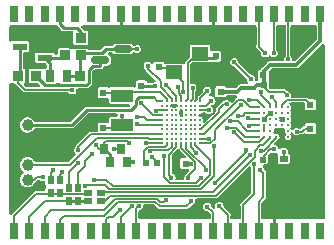
<source format=gtl>
G04 #@! TF.GenerationSoftware,KiCad,Pcbnew,(6.0.7)*
G04 #@! TF.CreationDate,2022-09-08T11:09:16+03:00*
G04 #@! TF.ProjectId,MCU_M_V3,4d43555f-4d5f-4563-932e-6b696361645f,rev?*
G04 #@! TF.SameCoordinates,Original*
G04 #@! TF.FileFunction,Copper,L1,Top*
G04 #@! TF.FilePolarity,Positive*
%FSLAX46Y46*%
G04 Gerber Fmt 4.6, Leading zero omitted, Abs format (unit mm)*
G04 Created by KiCad (PCBNEW (6.0.7)) date 2022-09-08 11:09:16*
%MOMM*%
%LPD*%
G01*
G04 APERTURE LIST*
G04 Aperture macros list*
%AMRoundRect*
0 Rectangle with rounded corners*
0 $1 Rounding radius*
0 $2 $3 $4 $5 $6 $7 $8 $9 X,Y pos of 4 corners*
0 Add a 4 corners polygon primitive as box body*
4,1,4,$2,$3,$4,$5,$6,$7,$8,$9,$2,$3,0*
0 Add four circle primitives for the rounded corners*
1,1,$1+$1,$2,$3*
1,1,$1+$1,$4,$5*
1,1,$1+$1,$6,$7*
1,1,$1+$1,$8,$9*
0 Add four rect primitives between the rounded corners*
20,1,$1+$1,$2,$3,$4,$5,0*
20,1,$1+$1,$4,$5,$6,$7,0*
20,1,$1+$1,$6,$7,$8,$9,0*
20,1,$1+$1,$8,$9,$2,$3,0*%
G04 Aperture macros list end*
G04 #@! TA.AperFunction,SMDPad,CuDef*
%ADD10R,0.620000X0.600000*%
G04 #@! TD*
G04 #@! TA.AperFunction,SMDPad,CuDef*
%ADD11R,1.900000X1.100000*%
G04 #@! TD*
G04 #@! TA.AperFunction,SMDPad,CuDef*
%ADD12C,0.250000*%
G04 #@! TD*
G04 #@! TA.AperFunction,SMDPad,CuDef*
%ADD13R,0.620000X0.620000*%
G04 #@! TD*
G04 #@! TA.AperFunction,SMDPad,CuDef*
%ADD14R,0.650000X0.900000*%
G04 #@! TD*
G04 #@! TA.AperFunction,SMDPad,CuDef*
%ADD15C,0.220000*%
G04 #@! TD*
G04 #@! TA.AperFunction,SMDPad,CuDef*
%ADD16R,0.950000X0.900000*%
G04 #@! TD*
G04 #@! TA.AperFunction,SMDPad,CuDef*
%ADD17R,0.475000X0.500000*%
G04 #@! TD*
G04 #@! TA.AperFunction,SMDPad,CuDef*
%ADD18R,0.600000X0.700000*%
G04 #@! TD*
G04 #@! TA.AperFunction,ComponentPad*
%ADD19R,1.000000X1.000000*%
G04 #@! TD*
G04 #@! TA.AperFunction,ComponentPad*
%ADD20C,1.000000*%
G04 #@! TD*
G04 #@! TA.AperFunction,SMDPad,CuDef*
%ADD21R,0.700000X0.600000*%
G04 #@! TD*
G04 #@! TA.AperFunction,SMDPad,CuDef*
%ADD22R,0.900000X0.950000*%
G04 #@! TD*
G04 #@! TA.AperFunction,SMDPad,CuDef*
%ADD23R,0.600000X0.620000*%
G04 #@! TD*
G04 #@! TA.AperFunction,SMDPad,CuDef*
%ADD24R,1.400000X1.200000*%
G04 #@! TD*
G04 #@! TA.AperFunction,SMDPad,CuDef*
%ADD25R,1.300000X0.600000*%
G04 #@! TD*
G04 #@! TA.AperFunction,SMDPad,CuDef*
%ADD26RoundRect,0.150000X-0.587500X-0.150000X0.587500X-0.150000X0.587500X0.150000X-0.587500X0.150000X0*%
G04 #@! TD*
G04 #@! TA.AperFunction,ComponentPad*
%ADD27R,0.800000X1.400000*%
G04 #@! TD*
G04 #@! TA.AperFunction,SMDPad,CuDef*
%ADD28R,0.780000X0.980000*%
G04 #@! TD*
G04 #@! TA.AperFunction,ViaPad*
%ADD29C,0.400000*%
G04 #@! TD*
G04 #@! TA.AperFunction,ViaPad*
%ADD30C,0.300000*%
G04 #@! TD*
G04 #@! TA.AperFunction,Conductor*
%ADD31C,0.300000*%
G04 #@! TD*
G04 #@! TA.AperFunction,Conductor*
%ADD32C,0.150000*%
G04 #@! TD*
G04 #@! TA.AperFunction,Conductor*
%ADD33C,0.250000*%
G04 #@! TD*
G04 #@! TA.AperFunction,Conductor*
%ADD34C,0.200000*%
G04 #@! TD*
G04 #@! TA.AperFunction,Conductor*
%ADD35C,0.100000*%
G04 #@! TD*
G04 APERTURE END LIST*
D10*
G04 #@! TO.P,C104,2*
G04 #@! TO.N,/+3.3*
X181730000Y-92010000D03*
G04 #@! TO.P,C104,1*
G04 #@! TO.N,GND*
X181730000Y-91090000D03*
G04 #@! TD*
D11*
G04 #@! TO.P,Y12,1*
G04 #@! TO.N,Net-(C14-Pad2)*
X180100000Y-92850000D03*
G04 #@! TO.P,Y12,2*
G04 #@! TO.N,Net-(C15-Pad1)*
X180100000Y-95350000D03*
G04 #@! TD*
D12*
G04 #@! TO.P,U2,A1,D1*
G04 #@! TO.N,/ULPI_D1*
X191650000Y-96350000D03*
G04 #@! TO.P,U2,A2,D2*
G04 #@! TO.N,/ULPI_D2*
X191650000Y-95850000D03*
G04 #@! TO.P,U2,A3,D3*
G04 #@! TO.N,/ULPI_D3*
X191650000Y-95350000D03*
G04 #@! TO.P,U2,A4,CLK*
G04 #@! TO.N,/ULPI_CLK*
X191650000Y-94850000D03*
G04 #@! TO.P,U2,A5,D4*
G04 #@! TO.N,/ULPI_D4*
X191650000Y-94350000D03*
G04 #@! TO.P,U2,A6,D5*
G04 #@! TO.N,/ULPI_D5*
X191650000Y-93850000D03*
G04 #@! TO.P,U2,B1,D0*
G04 #@! TO.N,/ULPI_D0*
X192150000Y-96350000D03*
G04 #@! TO.P,U2,B2,VDVIO*
G04 #@! TO.N,/+3.3*
X192150000Y-95850000D03*
G04 #@! TO.P,U2,B3,VDVIO*
X192150000Y-95350000D03*
G04 #@! TO.P,U2,B4,GND*
G04 #@! TO.N,GND*
X192150000Y-94850000D03*
G04 #@! TO.P,U2,B5,VDVIO*
G04 #@! TO.N,/+3.3*
X192150000Y-94350000D03*
G04 #@! TO.P,U2,B6,D6*
G04 #@! TO.N,/ULPI_D6*
X192150000Y-93850000D03*
G04 #@! TO.P,U2,C1,DM*
G04 #@! TO.N,Net-(R26-Pad2)*
X192650000Y-96350000D03*
G04 #@! TO.P,U2,C2,RREF*
G04 #@! TO.N,Net-(R23-Pad1)*
X192650000Y-95850000D03*
G04 #@! TO.P,U2,C3,~{CS}/PWRDN*
G04 #@! TO.N,/ULPI_PWRDN*
X192650000Y-95350000D03*
G04 #@! TO.P,U2,C4,~{RESET}*
G04 #@! TO.N,/ULPI_RST*
X192650000Y-94850000D03*
G04 #@! TO.P,U2,C5,GND*
G04 #@! TO.N,GND*
X192650000Y-94350000D03*
G04 #@! TO.P,U2,C6,D7*
G04 #@! TO.N,/ULPI_D7*
X192650000Y-93850000D03*
G04 #@! TO.P,U2,D1,DP*
G04 #@! TO.N,Net-(R25-Pad2)*
X193150000Y-96350000D03*
G04 #@! TO.P,U2,D2,GND*
G04 #@! TO.N,GND*
X193150000Y-95850000D03*
G04 #@! TO.P,U2,D3,ID*
G04 #@! TO.N,Net-(R24-Pad2)*
X193150000Y-95350000D03*
G04 #@! TO.P,U2,D4,~{PSW}*
G04 #@! TO.N,unconnected-(U2-PadD4)*
X193150000Y-94850000D03*
G04 #@! TO.P,U2,D5,NXT*
G04 #@! TO.N,/ULPI_NXT*
X193150000Y-94350000D03*
G04 #@! TO.P,U2,D6,STP*
G04 #@! TO.N,/ULPI_STP*
X193150000Y-93850000D03*
G04 #@! TO.P,U2,E1,GND*
G04 #@! TO.N,GND*
X193650000Y-96350000D03*
G04 #@! TO.P,U2,E2,VB_REF_FAULT*
X193650000Y-95850000D03*
G04 #@! TO.P,U2,E3,3V3V*
G04 #@! TO.N,Net-(C22-Pad1)*
X193650000Y-95350000D03*
G04 #@! TO.P,U2,E4,GND*
G04 #@! TO.N,GND*
X193650000Y-94850000D03*
G04 #@! TO.P,U2,E5,DIR*
G04 #@! TO.N,/ULPI_DIR*
X193650000Y-94350000D03*
G04 #@! TO.P,U2,E6,1V2V*
G04 #@! TO.N,Net-(C21-Pad1)*
X193650000Y-93850000D03*
G04 #@! TO.P,U2,F1,NC*
G04 #@! TO.N,unconnected-(U2-PadF1)*
X194150000Y-96350000D03*
G04 #@! TO.P,U2,F2,NC*
G04 #@! TO.N,unconnected-(U2-PadF2)*
X194150000Y-95850000D03*
G04 #@! TO.P,U2,F3,VBAT*
G04 #@! TO.N,/+3.3*
X194150000Y-95350000D03*
G04 #@! TO.P,U2,F4,VBUS*
G04 #@! TO.N,unconnected-(U2-PadF4)*
X194150000Y-94850000D03*
G04 #@! TO.P,U2,F5,XI*
G04 #@! TO.N,/ULPI_XI*
X194150000Y-94350000D03*
G04 #@! TO.P,U2,F6,XO*
G04 #@! TO.N,unconnected-(U2-PadF6)*
X194150000Y-93850000D03*
G04 #@! TD*
D13*
G04 #@! TO.P,C102,1*
G04 #@! TO.N,GND*
X184560000Y-98610000D03*
G04 #@! TO.P,C102,2*
G04 #@! TO.N,/+3.3*
X185480000Y-98610000D03*
G04 #@! TD*
D10*
G04 #@! TO.P,C15,1*
G04 #@! TO.N,Net-(C15-Pad1)*
X178500000Y-95590000D03*
G04 #@! TO.P,C15,2*
G04 #@! TO.N,GND*
X178500000Y-94670000D03*
G04 #@! TD*
D14*
G04 #@! TO.P,R11,1*
G04 #@! TO.N,/B1*
X180015000Y-97330000D03*
G04 #@! TO.P,R11,2*
G04 #@! TO.N,/+3.3*
X178565000Y-97330000D03*
G04 #@! TD*
D15*
G04 #@! TO.P,U1,J10,PA2*
G04 #@! TO.N,/M2_D2*
X186700000Y-93300000D03*
G04 #@! TO.P,U1,J9,PA4*
G04 #@! TO.N,/M4_D3*
X186700000Y-93700000D03*
G04 #@! TO.P,U1,J8,PA7*
G04 #@! TO.N,/B4*
X186700000Y-94100000D03*
G04 #@! TO.P,U1,J7,PB2*
G04 #@! TO.N,GND*
X186700000Y-94500000D03*
G04 #@! TO.P,U1,J6,PE9*
G04 #@! TO.N,unconnected-(U1-PadJ6)*
X186700000Y-94900000D03*
G04 #@! TO.P,U1,J5,PE11*
G04 #@! TO.N,unconnected-(U1-PadJ5)*
X186700000Y-95300000D03*
G04 #@! TO.P,U1,J4,PB11*
G04 #@! TO.N,/ULPI_D4*
X186700000Y-95700000D03*
G04 #@! TO.P,U1,J3,PB12*
G04 #@! TO.N,/ULPI_D5*
X186700000Y-96100000D03*
G04 #@! TO.P,U1,J2,PB14*
G04 #@! TO.N,/M4_D7*
X186700000Y-96500000D03*
G04 #@! TO.P,U1,J1,PB13*
G04 #@! TO.N,/ULPI_D6*
X186700000Y-96900000D03*
G04 #@! TO.P,U1,H10,VSSA*
G04 #@! TO.N,GND*
X186300000Y-93300000D03*
G04 #@! TO.P,U1,H9,PA3*
G04 #@! TO.N,/ULPI_D0*
X186300000Y-93700000D03*
G04 #@! TO.P,U1,H8,PA6*
G04 #@! TO.N,/M1_D4*
X186300000Y-94100000D03*
G04 #@! TO.P,U1,H7,PB1*
G04 #@! TO.N,/ULPI_D2*
X186300000Y-94500000D03*
G04 #@! TO.P,U1,H6,PE8*
G04 #@! TO.N,unconnected-(U1-PadH6)*
X186300000Y-94900000D03*
G04 #@! TO.P,U1,H5,PE12*
G04 #@! TO.N,unconnected-(U1-PadH5)*
X186300000Y-95300000D03*
G04 #@! TO.P,U1,H4,PB10*
G04 #@! TO.N,/ULPI_D3*
X186300000Y-95700000D03*
G04 #@! TO.P,U1,H3,PD9*
G04 #@! TO.N,/M2_D7*
X186300000Y-96100000D03*
G04 #@! TO.P,U1,H2,PD8*
G04 #@! TO.N,/M2_D6*
X186300000Y-96500000D03*
G04 #@! TO.P,U1,H1,PB15*
G04 #@! TO.N,/M3_D7*
X186300000Y-96900000D03*
G04 #@! TO.P,U1,G10,NRST*
G04 #@! TO.N,/MCU_RESET*
X185900000Y-93300000D03*
G04 #@! TO.P,U1,G9,VDDA*
G04 #@! TO.N,/+3.3*
X185900000Y-93700000D03*
G04 #@! TO.P,U1,G8,PA5*
G04 #@! TO.N,/ULPI_CLK*
X185900000Y-94100000D03*
G04 #@! TO.P,U1,G7,PB0*
G04 #@! TO.N,/ULPI_D1*
X185900000Y-94500000D03*
G04 #@! TO.P,U1,G6,PE7*
G04 #@! TO.N,unconnected-(U1-PadG6)*
X185900000Y-94900000D03*
G04 #@! TO.P,U1,G5,PE13*
G04 #@! TO.N,/M1_D3*
X185900000Y-95300000D03*
G04 #@! TO.P,U1,G4,PE15*
G04 #@! TO.N,/M1_D6*
X185900000Y-95700000D03*
G04 #@! TO.P,U1,G3,PD10*
G04 #@! TO.N,/M2_D8*
X185900000Y-96100000D03*
G04 #@! TO.P,U1,G2,PD12*
G04 #@! TO.N,/M2_D10*
X185900000Y-96500000D03*
G04 #@! TO.P,U1,G1,PD11*
G04 #@! TO.N,/M2_D9*
X185900000Y-96900000D03*
G04 #@! TO.P,U1,F10,PH0*
G04 #@! TO.N,Net-(C13-Pad1)*
X185500000Y-93300000D03*
G04 #@! TO.P,U1,F9,PH1*
G04 #@! TO.N,Net-(C12-Pad2)*
X185500000Y-93700000D03*
G04 #@! TO.P,U1,F8,PA1*
G04 #@! TO.N,/M2_D1*
X185500000Y-94100000D03*
G04 #@! TO.P,U1,F7,VDD*
G04 #@! TO.N,/+3.3*
X185500000Y-94500000D03*
G04 #@! TO.P,U1,F6,PE10*
G04 #@! TO.N,unconnected-(U1-PadF6)*
X185500000Y-94900000D03*
G04 #@! TO.P,U1,F5,PE14*
G04 #@! TO.N,/M1_D5*
X185500000Y-95300000D03*
G04 #@! TO.P,U1,F4,VCAP_1*
G04 #@! TO.N,Net-(C11-Pad1)*
X185500000Y-95700000D03*
G04 #@! TO.P,U1,F3,PC6*
G04 #@! TO.N,/M1_D7*
X185500000Y-96100000D03*
G04 #@! TO.P,U1,F2,PD14*
G04 #@! TO.N,/ULPI_PWRDN*
X185500000Y-96500000D03*
G04 #@! TO.P,U1,F1,PD15*
G04 #@! TO.N,/ULPI_RST*
X185500000Y-96900000D03*
G04 #@! TO.P,U1,E10,PC0*
G04 #@! TO.N,/ULPI_STP*
X185100000Y-93300000D03*
G04 #@! TO.P,U1,E9,PC3*
G04 #@! TO.N,/ULPI_NXT*
X185100000Y-93700000D03*
G04 #@! TO.P,U1,E8,VSS*
G04 #@! TO.N,GND*
X185100000Y-94100000D03*
G04 #@! TO.P,U1,E7,VSS*
X185100000Y-94500000D03*
G04 #@! TO.P,U1,E6,VDD*
G04 #@! TO.N,/+3.3*
X185100000Y-94900000D03*
G04 #@! TO.P,U1,E5,VSS*
G04 #@! TO.N,GND*
X185100000Y-95300000D03*
G04 #@! TO.P,U1,E4,VDD*
G04 #@! TO.N,/+3.3*
X185100000Y-95700000D03*
G04 #@! TO.P,U1,E3,PC9*
G04 #@! TO.N,/ULPI_XI*
X185100000Y-96100000D03*
G04 #@! TO.P,U1,E2,PC8*
G04 #@! TO.N,/M4_D6*
X185100000Y-96500000D03*
G04 #@! TO.P,U1,E1,PC7*
G04 #@! TO.N,/P0_D3*
X185100000Y-96900000D03*
G04 #@! TO.P,U1,D10,PC2*
G04 #@! TO.N,/ULPI_DIR*
X184700000Y-93300000D03*
G04 #@! TO.P,U1,D9,BYPASS_REG*
G04 #@! TO.N,GND*
X184700000Y-93700000D03*
G04 #@! TO.P,U1,D8,PB8*
G04 #@! TO.N,/P0_D2*
X184700000Y-94100000D03*
G04 #@! TO.P,U1,D7,PB5*
G04 #@! TO.N,/ULPI_D7*
X184700000Y-94500000D03*
G04 #@! TO.P,U1,D6,PD0*
G04 #@! TO.N,unconnected-(U1-PadD6)*
X184700000Y-94900000D03*
G04 #@! TO.P,U1,D5,PC10*
G04 #@! TO.N,/M3_D1*
X184700000Y-95300000D03*
G04 #@! TO.P,U1,D4,PA13*
G04 #@! TO.N,/SW_IO*
X184700000Y-95700000D03*
G04 #@! TO.P,U1,D3,PA10*
G04 #@! TO.N,/M4_D2*
X184700000Y-96100000D03*
G04 #@! TO.P,U1,D2,PA9*
G04 #@! TO.N,/M4_D1*
X184700000Y-96500000D03*
G04 #@! TO.P,U1,D1,PA8*
G04 #@! TO.N,/M2_D5*
X184700000Y-96900000D03*
G04 #@! TO.P,U1,C10,PA0*
G04 #@! TO.N,/M4_D4*
X184300000Y-93300000D03*
G04 #@! TO.P,U1,C9,VSS*
G04 #@! TO.N,GND*
X184300000Y-93700000D03*
G04 #@! TO.P,U1,C8,PB9*
G04 #@! TO.N,/P0_D1*
X184300000Y-94100000D03*
G04 #@! TO.P,U1,C7,PB6*
G04 #@! TO.N,/B1*
X184300000Y-94500000D03*
G04 #@! TO.P,U1,C6,PD5*
G04 #@! TO.N,unconnected-(U1-PadC6)*
X184300000Y-94900000D03*
G04 #@! TO.P,U1,C5,PD1*
G04 #@! TO.N,unconnected-(U1-PadC5)*
X184300000Y-95300000D03*
G04 #@! TO.P,U1,C4,PC11*
G04 #@! TO.N,/M3_D2*
X184300000Y-95700000D03*
G04 #@! TO.P,U1,C3,PI0*
G04 #@! TO.N,unconnected-(U1-PadC3)*
X184300000Y-96100000D03*
G04 #@! TO.P,U1,C2,PA12*
G04 #@! TO.N,/PA12*
X184300000Y-96500000D03*
G04 #@! TO.P,U1,C1,PA11*
G04 #@! TO.N,/PA11*
X184300000Y-96900000D03*
G04 #@! TO.P,U1,B10,PC14*
G04 #@! TO.N,Net-(C14-Pad2)*
X183900000Y-93300000D03*
G04 #@! TO.P,U1,B9,PC15*
G04 #@! TO.N,Net-(C15-Pad1)*
X183900000Y-93700000D03*
G04 #@! TO.P,U1,B8,VDD*
G04 #@! TO.N,/+3.3*
X183900000Y-94100000D03*
G04 #@! TO.P,U1,B7,PB7*
G04 #@! TO.N,/B2*
X183900000Y-94500000D03*
G04 #@! TO.P,U1,B6,PB3*
G04 #@! TO.N,/B3*
X183900000Y-94900000D03*
G04 #@! TO.P,U1,B5,PD6*
G04 #@! TO.N,/M2_D3*
X183900000Y-95300000D03*
G04 #@! TO.P,U1,B4,PD2*
G04 #@! TO.N,/PD2*
X183900000Y-95700000D03*
G04 #@! TO.P,U1,B3,PA15*
G04 #@! TO.N,unconnected-(U1-PadB3)*
X183900000Y-96100000D03*
G04 #@! TO.P,U1,B2,PI1*
G04 #@! TO.N,unconnected-(U1-PadB2)*
X183900000Y-96500000D03*
G04 #@! TO.P,U1,B1,VCAP_2*
G04 #@! TO.N,Net-(C11-Pad2)*
X183900000Y-96900000D03*
G04 #@! TO.P,U1,A10,VBAT*
G04 #@! TO.N,/VBAT*
X183500000Y-93300000D03*
G04 #@! TO.P,U1,A9,PC13*
G04 #@! TO.N,unconnected-(U1-PadA9)*
X183500000Y-93700000D03*
G04 #@! TO.P,U1,A8,PDR_ON*
G04 #@! TO.N,/+3.3*
X183500000Y-94100000D03*
G04 #@! TO.P,U1,A7,BOOT0*
G04 #@! TO.N,/MCU_BOOT0*
X183500000Y-94500000D03*
G04 #@! TO.P,U1,A6,PB4*
G04 #@! TO.N,/B5*
X183500000Y-94900000D03*
G04 #@! TO.P,U1,A5,PD7*
G04 #@! TO.N,/M2_D4*
X183500000Y-95300000D03*
G04 #@! TO.P,U1,A4,PD4*
G04 #@! TO.N,unconnected-(U1-PadA4)*
X183500000Y-95700000D03*
G04 #@! TO.P,U1,A3,PC12*
G04 #@! TO.N,/PC12*
X183500000Y-96100000D03*
G04 #@! TO.P,U1,A2,PA14*
G04 #@! TO.N,/SW_CLK*
X183500000Y-96500000D03*
G04 #@! TO.P,U1,A1,VDD*
G04 #@! TO.N,/+3.3*
X183500000Y-96900000D03*
G04 #@! TD*
D16*
G04 #@! TO.P,R3,1*
G04 #@! TO.N,Net-(C1-Pad1)*
X175300000Y-89450000D03*
G04 #@! TO.P,R3,2*
G04 #@! TO.N,GND*
X175300000Y-87950000D03*
G04 #@! TD*
D17*
G04 #@! TO.P,R23,1*
G04 #@! TO.N,Net-(R23-Pad1)*
X192028000Y-98260000D03*
G04 #@! TO.P,R23,2*
G04 #@! TO.N,GND*
X193052000Y-98260000D03*
G04 #@! TD*
D10*
G04 #@! TO.P,C12,1*
G04 #@! TO.N,GND*
X183200000Y-89530000D03*
G04 #@! TO.P,C12,2*
G04 #@! TO.N,Net-(C12-Pad2)*
X183200000Y-90450000D03*
G04 #@! TD*
D18*
G04 #@! TO.P,R21,1*
G04 #@! TO.N,/M1_D2*
X174060000Y-101110000D03*
G04 #@! TO.P,R21,2*
G04 #@! TO.N,/PD2*
X174060000Y-100010000D03*
G04 #@! TD*
D19*
G04 #@! TO.P,J1,1,1*
G04 #@! TO.N,GND*
X172100000Y-94065000D03*
D20*
G04 #@! TO.P,J1,2,2*
G04 #@! TO.N,/VBAT*
X172100000Y-95335000D03*
G04 #@! TD*
D18*
G04 #@! TO.P,R27,1*
G04 #@! TO.N,/M1_D2*
X174820000Y-101110000D03*
G04 #@! TO.P,R27,2*
G04 #@! TO.N,/PA12*
X174820000Y-100010000D03*
G04 #@! TD*
D21*
G04 #@! TO.P,R24,1*
G04 #@! TO.N,GND*
X194880000Y-98210000D03*
G04 #@! TO.P,R24,2*
G04 #@! TO.N,Net-(R24-Pad2)*
X193780000Y-98210000D03*
G04 #@! TD*
D10*
G04 #@! TO.P,C14,1*
G04 #@! TO.N,GND*
X178500000Y-93520000D03*
G04 #@! TO.P,C14,2*
G04 #@! TO.N,Net-(C14-Pad2)*
X178500000Y-92600000D03*
G04 #@! TD*
D22*
G04 #@! TO.P,R2,1*
G04 #@! TO.N,/MCU_RESET*
X171290000Y-91190000D03*
G04 #@! TO.P,R2,2*
G04 #@! TO.N,/+3.3*
X172790000Y-91190000D03*
G04 #@! TD*
D10*
G04 #@! TO.P,C21,1*
G04 #@! TO.N,Net-(C21-Pad1)*
X196050000Y-93620000D03*
G04 #@! TO.P,C21,2*
G04 #@! TO.N,GND*
X196050000Y-94540000D03*
G04 #@! TD*
D23*
G04 #@! TO.P,C23,1*
G04 #@! TO.N,/+3.3*
X192070000Y-91140000D03*
G04 #@! TO.P,C23,2*
G04 #@! TO.N,GND*
X192990000Y-91140000D03*
G04 #@! TD*
D14*
G04 #@! TO.P,R12,1*
G04 #@! TO.N,/B2*
X180485000Y-98490000D03*
G04 #@! TO.P,R12,2*
G04 #@! TO.N,/+3.3*
X179035000Y-98490000D03*
G04 #@! TD*
D21*
G04 #@! TO.P,R25,1*
G04 #@! TO.N,/M1_D2*
X177250000Y-101070000D03*
G04 #@! TO.P,R25,2*
G04 #@! TO.N,Net-(R25-Pad2)*
X178350000Y-101070000D03*
G04 #@! TD*
D16*
G04 #@! TO.P,R1,1*
G04 #@! TO.N,/MCU_BOOT0*
X176600000Y-89450000D03*
G04 #@! TO.P,R1,2*
G04 #@! TO.N,/M4_D5*
X176600000Y-87950000D03*
G04 #@! TD*
D10*
G04 #@! TO.P,C13,1*
G04 #@! TO.N,Net-(C13-Pad1)*
X188010000Y-89530000D03*
G04 #@! TO.P,C13,2*
G04 #@! TO.N,GND*
X188010000Y-90450000D03*
G04 #@! TD*
D24*
G04 #@! TO.P,Y11,1,CRYSTAL__1*
G04 #@! TO.N,Net-(C12-Pad2)*
X184500000Y-90890000D03*
G04 #@! TO.P,Y11,2,GND_1*
G04 #@! TO.N,GND*
X186700000Y-90890000D03*
G04 #@! TO.P,Y11,3,CRYSTAL__2*
G04 #@! TO.N,Net-(C13-Pad1)*
X186700000Y-89290000D03*
G04 #@! TO.P,Y11,4,GND_2*
G04 #@! TO.N,GND*
X184500000Y-89290000D03*
G04 #@! TD*
D13*
G04 #@! TO.P,C103,1*
G04 #@! TO.N,GND*
X193000000Y-91950000D03*
G04 #@! TO.P,C103,2*
G04 #@! TO.N,/+3.3*
X192080000Y-91950000D03*
G04 #@! TD*
D21*
G04 #@! TO.P,R26,1*
G04 #@! TO.N,/M1_D1*
X177250000Y-101800000D03*
G04 #@! TO.P,R26,2*
G04 #@! TO.N,Net-(R26-Pad2)*
X178350000Y-101800000D03*
G04 #@! TD*
D10*
G04 #@! TO.P,C24,1*
G04 #@! TO.N,/+3.3*
X188460000Y-92510000D03*
G04 #@! TO.P,C24,2*
G04 #@! TO.N,GND*
X188460000Y-91590000D03*
G04 #@! TD*
G04 #@! TO.P,C22,1*
G04 #@! TO.N,Net-(C22-Pad1)*
X196050000Y-95650000D03*
G04 #@! TO.P,C22,2*
G04 #@! TO.N,GND*
X196050000Y-96570000D03*
G04 #@! TD*
D18*
G04 #@! TO.P,R28,1*
G04 #@! TO.N,/M1_D1*
X176370000Y-101750000D03*
G04 #@! TO.P,R28,2*
G04 #@! TO.N,/PA11*
X176370000Y-100650000D03*
G04 #@! TD*
D25*
G04 #@! TO.P,Q1,1*
G04 #@! TO.N,Net-(C1-Pad1)*
X173550000Y-89650000D03*
G04 #@! TO.P,Q1,2*
G04 #@! TO.N,GND*
X173550000Y-87750000D03*
G04 #@! TO.P,Q1,3*
G04 #@! TO.N,/MCU_RESET*
X171450000Y-88700000D03*
G04 #@! TD*
D26*
G04 #@! TO.P,D1,1*
G04 #@! TO.N,GND*
X178262500Y-87950000D03*
G04 #@! TO.P,D1,2*
G04 #@! TO.N,/+3.3*
X178262500Y-89850000D03*
G04 #@! TO.P,D1,3*
G04 #@! TO.N,/MCU_BOOT0*
X180137500Y-88900000D03*
G04 #@! TD*
D19*
G04 #@! TO.P,J2,1,1*
G04 #@! TO.N,GND*
X172100000Y-97430000D03*
D20*
G04 #@! TO.P,J2,2,2*
G04 #@! TO.N,/SW_CLK*
X172100000Y-98700000D03*
G04 #@! TO.P,J2,3,3*
G04 #@! TO.N,/SW_IO*
X172100000Y-99970000D03*
G04 #@! TD*
D27*
G04 #@! TO.P,H2,21*
G04 #@! TO.N,/P0_D3*
X196839116Y-104300000D03*
G04 #@! TO.P,H2,20*
G04 #@! TO.N,/P0_D2*
X195545088Y-104300000D03*
G04 #@! TO.P,H2,19*
G04 #@! TO.N,/P0_D1*
X194251059Y-104300000D03*
G04 #@! TO.P,H2,18*
G04 #@! TO.N,GND*
X192957082Y-104300000D03*
G04 #@! TO.P,H2,17*
G04 #@! TO.N,/M2_D1*
X191663053Y-104300000D03*
G04 #@! TO.P,H2,16*
G04 #@! TO.N,/M2_D2*
X190369025Y-104300000D03*
G04 #@! TO.P,H2,15*
G04 #@! TO.N,/M2_D3*
X189074997Y-104300000D03*
G04 #@! TO.P,H2,14*
G04 #@! TO.N,/M2_D4*
X187780968Y-104300000D03*
G04 #@! TO.P,H2,13*
G04 #@! TO.N,/M2_D5*
X186486940Y-104300000D03*
G04 #@! TO.P,H2,12*
G04 #@! TO.N,GND*
X185192911Y-104300000D03*
G04 #@! TO.P,H2,11*
G04 #@! TO.N,/B4*
X183898934Y-104300000D03*
G04 #@! TO.P,H2,10*
G04 #@! TO.N,/B5*
X182604905Y-104300000D03*
G04 #@! TO.P,H2,9*
G04 #@! TO.N,/B3*
X181310877Y-104300000D03*
G04 #@! TO.P,H2,8*
G04 #@! TO.N,/B2*
X180017103Y-104300000D03*
G04 #@! TO.P,H2,7*
G04 #@! TO.N,/B1*
X178723379Y-104300000D03*
G04 #@! TO.P,H2,6*
G04 #@! TO.N,/M3_D7*
X177429605Y-104300000D03*
G04 #@! TO.P,H2,5*
G04 #@! TO.N,/M4_D7*
X176135881Y-104300000D03*
G04 #@! TO.P,H2,4*
G04 #@! TO.N,/M1_D3*
X174842107Y-104300000D03*
G04 #@! TO.P,H2,3*
G04 #@! TO.N,/M1_D4*
X173548383Y-104300000D03*
G04 #@! TO.P,H2,2*
G04 #@! TO.N,/M1_D1*
X172254609Y-104300000D03*
G04 #@! TO.P,H2,1*
G04 #@! TO.N,/M1_D2*
X170960885Y-104300000D03*
G04 #@! TD*
D22*
G04 #@! TO.P,R4,1*
G04 #@! TO.N,/MCU_BOOT0*
X176550000Y-91200000D03*
G04 #@! TO.P,R4,2*
G04 #@! TO.N,GND*
X178050000Y-91200000D03*
G04 #@! TD*
D28*
G04 #@! TO.P,C1,1*
G04 #@! TO.N,Net-(C1-Pad1)*
X174000000Y-91200000D03*
G04 #@! TO.P,C1,2*
G04 #@! TO.N,/MCU_BOOT0*
X175400000Y-91200000D03*
G04 #@! TD*
D27*
G04 #@! TO.P,H1,21*
G04 #@! TO.N,/M1_D6*
X170961852Y-85900000D03*
G04 #@! TO.P,H1,20*
G04 #@! TO.N,/M1_D5*
X172255880Y-85900000D03*
G04 #@! TO.P,H1,19*
G04 #@! TO.N,/M4_D6*
X173549909Y-85900000D03*
G04 #@! TO.P,H1,18*
G04 #@! TO.N,/M4_D5*
X174843886Y-85900000D03*
G04 #@! TO.P,H1,17*
G04 #@! TO.N,/M3_D2*
X176137915Y-85900000D03*
G04 #@! TO.P,H1,16*
G04 #@! TO.N,/M3_D1*
X177431943Y-85900000D03*
G04 #@! TO.P,H1,15*
G04 #@! TO.N,unconnected-(H1-Pad15)*
X178725971Y-85900000D03*
G04 #@! TO.P,H1,14*
G04 #@! TO.N,GND*
X180020000Y-85900000D03*
G04 #@! TO.P,H1,13*
G04 #@! TO.N,/M1_D7*
X181314028Y-85900000D03*
G04 #@! TO.P,H1,12*
G04 #@! TO.N,/M4_D2*
X182608057Y-85900000D03*
G04 #@! TO.P,H1,11*
G04 #@! TO.N,/M4_D1*
X183902034Y-85900000D03*
G04 #@! TO.P,H1,10*
G04 #@! TO.N,/M4_D4*
X185196063Y-85900000D03*
G04 #@! TO.P,H1,9*
G04 #@! TO.N,/M4_D3*
X186490091Y-85900000D03*
G04 #@! TO.P,H1,8*
G04 #@! TO.N,GND*
X187783865Y-85900000D03*
G04 #@! TO.P,H1,7*
G04 #@! TO.N,/M2_D10*
X189077589Y-85900000D03*
G04 #@! TO.P,H1,6*
G04 #@! TO.N,/M2_D9*
X190371363Y-85900000D03*
G04 #@! TO.P,H1,5*
G04 #@! TO.N,/M2_D8*
X191665087Y-85900000D03*
G04 #@! TO.P,H1,4*
G04 #@! TO.N,/M2_D7*
X192958861Y-85900000D03*
G04 #@! TO.P,H1,3*
G04 #@! TO.N,/M2_D6*
X194252585Y-85900000D03*
G04 #@! TO.P,H1,2*
G04 #@! TO.N,/+5*
X195546359Y-85900000D03*
G04 #@! TO.P,H1,1*
G04 #@! TO.N,/+3.3*
X196840083Y-85900000D03*
G04 #@! TD*
D23*
G04 #@! TO.P,C11,1*
G04 #@! TO.N,Net-(C11-Pad1)*
X183030000Y-98590000D03*
G04 #@! TO.P,C11,2*
G04 #@! TO.N,Net-(C11-Pad2)*
X182110000Y-98590000D03*
G04 #@! TD*
D18*
G04 #@! TO.P,R22,1*
G04 #@! TO.N,/M1_D1*
X175600000Y-101750000D03*
G04 #@! TO.P,R22,2*
G04 #@! TO.N,/PC12*
X175600000Y-100650000D03*
G04 #@! TD*
D29*
G04 #@! TO.N,GND*
X195230000Y-88220000D03*
X189640000Y-101760000D03*
X193462000Y-101398000D03*
D30*
G04 #@! TO.N,/+3.3*
X185099944Y-94900099D03*
D29*
X194060000Y-92830000D03*
D30*
X194150000Y-95350000D03*
D29*
G04 #@! TO.N,GND*
X190030000Y-91540000D03*
X193870000Y-91950000D03*
X194280000Y-91950000D03*
X184524812Y-97934812D03*
G04 #@! TO.N,Net-(C11-Pad1)*
X182604710Y-98052428D03*
G04 #@! TO.N,/+3.3*
X182920000Y-92070000D03*
G04 #@! TO.N,/M2_D8*
X192220000Y-89260000D03*
G04 #@! TO.N,/+3.3*
X185910000Y-98660000D03*
G04 #@! TO.N,/ULPI_D7*
X190990000Y-91414500D03*
X189580000Y-90010000D03*
X191880000Y-92559502D03*
G04 #@! TO.N,/M2_D1*
X191780000Y-99105500D03*
G04 #@! TO.N,/M1_D3*
X185930000Y-101730000D03*
G04 #@! TO.N,/B1*
X179920000Y-102520000D03*
G04 #@! TO.N,/M1_D4*
X183820000Y-101694500D03*
G04 #@! TO.N,/B2*
X180957982Y-102194500D03*
G04 #@! TO.N,/M2_D2*
X191259812Y-98639812D03*
G04 #@! TO.N,/ULPI_XI*
X186795188Y-99815188D03*
X183680000Y-97930000D03*
G04 #@! TO.N,/ULPI_CLK*
X190730000Y-94760000D03*
G04 #@! TO.N,/ULPI_D0*
X189610376Y-95950000D03*
G04 #@! TO.N,/ULPI_D4*
X189931960Y-94538838D03*
X188974812Y-93565188D03*
G04 #@! TO.N,/ULPI_D6*
X190885188Y-93254812D03*
X190172438Y-93612062D03*
G04 #@! TO.N,/ULPI_STP*
X192750000Y-92970000D03*
G04 #@! TO.N,Net-(R25-Pad2)*
X190945500Y-97870000D03*
X191874812Y-97504812D03*
G04 #@! TO.N,/ULPI_PWRDN*
X187947936Y-100240500D03*
X190579812Y-97449812D03*
G04 #@! TO.N,/+3.3*
X174689918Y-91975500D03*
X177870000Y-97020000D03*
X190830000Y-92194500D03*
G04 #@! TO.N,GND*
X189600000Y-91540000D03*
G04 #@! TO.N,Net-(C22-Pad1)*
X194880000Y-95890000D03*
G04 #@! TO.N,GND*
X194670000Y-94850000D03*
G04 #@! TO.N,/ULPI_D2*
X189234812Y-95034812D03*
G04 #@! TO.N,/ULPI_D1*
X188990000Y-95570000D03*
G04 #@! TO.N,/ULPI_D3*
X190845000Y-95455708D03*
D30*
G04 #@! TO.N,/+3.3*
X192150000Y-95350000D03*
G04 #@! TO.N,/ULPI_RST*
X192650000Y-94850000D03*
G04 #@! TO.N,/ULPI_PWRDN*
X192650000Y-95350000D03*
G04 #@! TO.N,Net-(R24-Pad2)*
X193150000Y-95350000D03*
G04 #@! TO.N,GND*
X193650000Y-94850000D03*
G04 #@! TO.N,Net-(C22-Pad1)*
X193650000Y-95350000D03*
G04 #@! TO.N,Net-(R23-Pad1)*
X192650000Y-95850000D03*
G04 #@! TO.N,/+3.3*
X194150000Y-95350000D03*
G04 #@! TO.N,/ULPI_XI*
X194150000Y-94350000D03*
G04 #@! TO.N,/ULPI_DIR*
X193650000Y-94350000D03*
G04 #@! TO.N,/ULPI_NXT*
X193150000Y-94350000D03*
G04 #@! TO.N,GND*
X192650000Y-94350000D03*
G04 #@! TO.N,/+3.3*
X192150000Y-94350000D03*
D29*
G04 #@! TO.N,/M4_D7*
X176969502Y-100470498D03*
G04 #@! TO.N,/M3_D7*
X177750000Y-100029500D03*
G04 #@! TO.N,/PA12*
X175010000Y-99340000D03*
G04 #@! TO.N,/PD2*
X174290000Y-99140000D03*
G04 #@! TO.N,/B3*
X181510000Y-102194000D03*
G04 #@! TO.N,/SW_IO*
X173380000Y-99710000D03*
G04 #@! TO.N,/M2_D4*
X187300000Y-102239500D03*
G04 #@! TO.N,/M2_D3*
X188330000Y-102190000D03*
G04 #@! TO.N,/M2_D7*
X192940000Y-89240000D03*
G04 #@! TO.N,/M2_D6*
X194150000Y-89780000D03*
G04 #@! TO.N,/B1*
X179440000Y-97330000D03*
G04 #@! TO.N,/+3.3*
X182960000Y-94125500D03*
X182116615Y-96863019D03*
D30*
G04 #@! TO.N,GND*
X184700498Y-93700498D03*
D29*
G04 #@! TO.N,Net-(C15-Pad1)*
X180070000Y-94570000D03*
G04 #@! TO.N,/MCU_RESET*
X175870000Y-92394500D03*
G04 #@! TO.N,Net-(C12-Pad2)*
X185270000Y-92500000D03*
G04 #@! TO.N,/B2*
X181060000Y-98490000D03*
G04 #@! TO.N,/M4_D7*
X187919812Y-97089812D03*
X187470000Y-96480000D03*
G04 #@! TO.N,/M2_D9*
X186384812Y-97685188D03*
G04 #@! TO.N,/ULPI_RST*
X187185500Y-99120000D03*
G04 #@! TO.N,/P0_D3*
X185691047Y-99859374D03*
G04 #@! TO.N,/M2_D5*
X184273434Y-99800000D03*
G04 #@! TO.N,/PA11*
X177530188Y-97799812D03*
X182459500Y-97574500D03*
G04 #@! TO.N,/+3.3*
X180685500Y-96840000D03*
G04 #@! TO.N,/PC12*
X176369812Y-98519812D03*
X176370000Y-97460000D03*
G04 #@! TO.N,/M2_D4*
X181349502Y-95289500D03*
G04 #@! TO.N,/B5*
X181380000Y-94700000D03*
G04 #@! TO.N,/MCU_BOOT0*
X181699500Y-93450000D03*
G04 #@! TO.N,/M2_D2*
X187295500Y-92420000D03*
G04 #@! TO.N,/M4_D4*
X182280000Y-90320000D03*
G04 #@! TO.N,/ULPI_DIR*
X183790000Y-91970000D03*
G04 #@! TO.N,/ULPI_STP*
X184870000Y-92080000D03*
G04 #@! TO.N,/MCU_RESET*
X186075500Y-92180000D03*
G04 #@! TO.N,/B4*
X187470000Y-94090000D03*
G04 #@! TO.N,/M4_D3*
X187655000Y-93264624D03*
D30*
G04 #@! TO.N,/M1_D7*
X185500000Y-96100000D03*
G04 #@! TO.N,/ULPI_XI*
X185100000Y-96100000D03*
G04 #@! TO.N,/M4_D2*
X184700000Y-96100000D03*
G04 #@! TO.N,/M3_D2*
X184300000Y-95700000D03*
G04 #@! TO.N,/M3_D1*
X184700000Y-95300000D03*
G04 #@! TO.N,/SW_IO*
X184700000Y-95700000D03*
G04 #@! TO.N,/+3.3*
X185100000Y-95700000D03*
G04 #@! TO.N,GND*
X185100000Y-95300000D03*
G04 #@! TO.N,/M1_D5*
X185500000Y-95300497D03*
G04 #@! TO.N,Net-(C11-Pad1)*
X185500000Y-95700000D03*
G04 #@! TO.N,/M2_D8*
X185900000Y-96100000D03*
G04 #@! TO.N,/M1_D6*
X185900000Y-95700000D03*
G04 #@! TO.N,/M1_D3*
X185899502Y-95300498D03*
G04 #@! TO.N,GND*
X185100498Y-94500597D03*
G04 #@! TO.N,/ULPI_D7*
X184700497Y-94500000D03*
G04 #@! TO.N,/B1*
X184300000Y-94500000D03*
G04 #@! TO.N,/P0_D1*
X184300000Y-94100000D03*
G04 #@! TO.N,/P0_D2*
X184700000Y-94100000D03*
G04 #@! TO.N,GND*
X185100000Y-94100000D03*
G04 #@! TO.N,/+3.3*
X185500000Y-94500000D03*
G04 #@! TO.N,/ULPI_D1*
X185900000Y-94500000D03*
G04 #@! TO.N,/M2_D1*
X185500000Y-94100000D03*
G04 #@! TO.N,/ULPI_CLK*
X185900000Y-94100000D03*
G04 #@! TO.N,/M1_D4*
X186299502Y-94099502D03*
G04 #@! TO.N,/ULPI_D2*
X186300000Y-94500000D03*
G04 #@! TO.N,/ULPI_D3*
X186300000Y-95700000D03*
G04 #@! TO.N,/M2_D7*
X186300000Y-96100000D03*
G04 #@! TO.N,/M2_D6*
X186300000Y-96500000D03*
G04 #@! TO.N,/M2_D10*
X185900000Y-96500000D03*
G04 #@! TO.N,/ULPI_PWRDN*
X185500000Y-96500000D03*
G04 #@! TO.N,/M4_D6*
X185100000Y-96500000D03*
G04 #@! TO.N,/M4_D1*
X184700000Y-96500000D03*
G04 #@! TO.N,/PA12*
X184300000Y-96500000D03*
G04 #@! TO.N,/PD2*
X183900000Y-95700000D03*
G04 #@! TO.N,/M2_D3*
X183900000Y-95300000D03*
G04 #@! TO.N,/B3*
X183900000Y-94900000D03*
G04 #@! TO.N,/B2*
X183900000Y-94500000D03*
G04 #@! TO.N,/ULPI_NXT*
X185100498Y-93700500D03*
G04 #@! TO.N,Net-(C15-Pad1)*
X183900000Y-93700000D03*
G04 #@! TO.N,Net-(C12-Pad2)*
X185500000Y-93700000D03*
G04 #@! TO.N,/+3.3*
X185900000Y-93700000D03*
G04 #@! TO.N,/ULPI_D0*
X186300000Y-93700000D03*
D29*
G04 #@! TO.N,/+3.3*
X191250000Y-92194500D03*
G04 #@! TO.N,Net-(R24-Pad2)*
X193780000Y-97600000D03*
G04 #@! TO.N,GND*
X177660000Y-94660000D03*
X177660000Y-93500000D03*
G04 #@! TO.N,/MCU_BOOT0*
X181369833Y-88899833D03*
G04 #@! TO.N,Net-(R23-Pad1)*
X192970000Y-97390000D03*
G04 #@! TD*
D31*
G04 #@! TO.N,/+3.3*
X194840000Y-90250000D02*
X196840083Y-88249917D01*
X192610000Y-90250000D02*
X194840000Y-90250000D01*
X192080000Y-90780000D02*
X192610000Y-90250000D01*
X192080000Y-91950000D02*
X192080000Y-90780000D01*
X196840083Y-88249917D02*
X196840083Y-85850000D01*
D32*
G04 #@! TO.N,/PA11*
X176390000Y-99360000D02*
X176390000Y-100630000D01*
X176970000Y-98780000D02*
X176390000Y-99360000D01*
X176970000Y-98360000D02*
X176970000Y-98780000D01*
X177530188Y-97799812D02*
X176970000Y-98360000D01*
X184300000Y-97160000D02*
X184300000Y-96900000D01*
X182574000Y-97460000D02*
X184000000Y-97460000D01*
X182459500Y-97574500D02*
X182574000Y-97460000D01*
X184000000Y-97460000D02*
X184300000Y-97160000D01*
D33*
G04 #@! TO.N,/VBAT*
X177090000Y-94080000D02*
X175835000Y-95335000D01*
X180820000Y-94080000D02*
X177090000Y-94080000D01*
X175835000Y-95335000D02*
X172100000Y-95335000D01*
X181275000Y-93625000D02*
X180820000Y-94080000D01*
X181500000Y-92990000D02*
X181275000Y-93215000D01*
X182710000Y-92990000D02*
X181500000Y-92990000D01*
X181275000Y-93215000D02*
X181275000Y-93625000D01*
D32*
G04 #@! TO.N,Net-(C13-Pad1)*
X185670000Y-90085000D02*
X186465000Y-89290000D01*
X185670000Y-93126949D02*
X185670000Y-90085000D01*
X185500000Y-93300000D02*
X185500000Y-93296949D01*
X185500000Y-93296949D02*
X185670000Y-93126949D01*
G04 #@! TO.N,Net-(C12-Pad2)*
X185270000Y-91660000D02*
X184500000Y-90890000D01*
X185270000Y-92500000D02*
X185270000Y-91660000D01*
G04 #@! TO.N,/ULPI_STP*
X185100000Y-92866446D02*
X185100000Y-93300000D01*
X184880000Y-92646446D02*
X185100000Y-92866446D01*
X184870000Y-92080000D02*
X184880000Y-92090000D01*
X184880000Y-92090000D02*
X184880000Y-92646446D01*
G04 #@! TO.N,/ULPI_DIR*
X184700000Y-92880000D02*
X184700000Y-93300000D01*
X183790000Y-91970000D02*
X184700000Y-92880000D01*
G04 #@! TO.N,/ULPI_D6*
X187950000Y-95790000D02*
X187950000Y-96530000D01*
X187950000Y-96530000D02*
X187580000Y-96900000D01*
X190127938Y-93612062D02*
X187950000Y-95790000D01*
X187580000Y-96900000D02*
X186700000Y-96900000D01*
X190172438Y-93612062D02*
X190127938Y-93612062D01*
G04 #@! TO.N,/ULPI_D5*
X189920000Y-93210000D02*
X187030000Y-96100000D01*
X190300000Y-93210000D02*
X189920000Y-93210000D01*
X187030000Y-96100000D02*
X186700000Y-96100000D01*
X190940000Y-93850000D02*
X190300000Y-93210000D01*
X191650000Y-93850000D02*
X190940000Y-93850000D01*
G04 #@! TO.N,/ULPI_D6*
X191554812Y-93254812D02*
X192150000Y-93850000D01*
X190885188Y-93254812D02*
X191554812Y-93254812D01*
G04 #@! TO.N,/ULPI_D4*
X190539669Y-94350000D02*
X191650000Y-94350000D01*
X190350831Y-94538838D02*
X190539669Y-94350000D01*
X189931960Y-94538838D02*
X190350831Y-94538838D01*
G04 #@! TO.N,/ULPI_CLK*
X190820000Y-94850000D02*
X191650000Y-94850000D01*
X190730000Y-94760000D02*
X190820000Y-94850000D01*
G04 #@! TO.N,Net-(R23-Pad1)*
X192098000Y-97952000D02*
X192098000Y-98260000D01*
X192660000Y-97390000D02*
X192098000Y-97952000D01*
X192970000Y-97390000D02*
X192660000Y-97390000D01*
G04 #@! TO.N,Net-(R26-Pad2)*
X192650000Y-96460000D02*
X192650000Y-96350000D01*
X192050000Y-97060000D02*
X192650000Y-96460000D01*
X191760000Y-97060000D02*
X192050000Y-97060000D01*
X188050000Y-101320000D02*
X191320000Y-98050000D01*
X178620000Y-101800000D02*
X179100000Y-101320000D01*
X191320000Y-98050000D02*
X191320000Y-97500000D01*
X191320000Y-97500000D02*
X191760000Y-97060000D01*
X178350000Y-101800000D02*
X178620000Y-101800000D01*
X179100000Y-101320000D02*
X188050000Y-101320000D01*
G04 #@! TO.N,Net-(R25-Pad2)*
X192110000Y-97510000D02*
X193150000Y-96470000D01*
X193150000Y-96470000D02*
X193150000Y-96350000D01*
X191880000Y-97510000D02*
X192110000Y-97510000D01*
X191874812Y-97504812D02*
X191880000Y-97510000D01*
G04 #@! TO.N,Net-(C21-Pad1)*
X195660000Y-93230000D02*
X195910000Y-93480000D01*
X194070000Y-93230000D02*
X195660000Y-93230000D01*
X193650000Y-93650000D02*
X194070000Y-93230000D01*
X193650000Y-93850000D02*
X193650000Y-93650000D01*
G04 #@! TO.N,/M1_D4*
X173548383Y-103101617D02*
X173548383Y-104425000D01*
X178530000Y-102540000D02*
X174110000Y-102540000D01*
X183023053Y-101569500D02*
X179500500Y-101569500D01*
X183644500Y-101870000D02*
X183323553Y-101870000D01*
X183323553Y-101870000D02*
X183023053Y-101569500D01*
X179500500Y-101569500D02*
X178530000Y-102540000D01*
X174110000Y-102540000D02*
X173548383Y-103101617D01*
X183820000Y-101694500D02*
X183644500Y-101870000D01*
G04 #@! TO.N,/M1_D3*
X174842107Y-103367893D02*
X174842107Y-104425000D01*
X175160000Y-103050000D02*
X174842107Y-103367893D01*
X182919500Y-101819500D02*
X179770500Y-101819500D01*
X178540000Y-103050000D02*
X175160000Y-103050000D01*
X185540000Y-102220000D02*
X183320000Y-102220000D01*
X183320000Y-102220000D02*
X182919500Y-101819500D01*
X185930000Y-101830000D02*
X185540000Y-102220000D01*
X179770500Y-101819500D02*
X178540000Y-103050000D01*
X185930000Y-101730000D02*
X185930000Y-101830000D01*
G04 #@! TO.N,/ULPI_D4*
X188310000Y-94203554D02*
X186813554Y-95700000D01*
X188310000Y-93950000D02*
X188310000Y-94203554D01*
X186813554Y-95700000D02*
X186700000Y-95700000D01*
X188694812Y-93565188D02*
X188310000Y-93950000D01*
X188974812Y-93565188D02*
X188694812Y-93565188D01*
G04 #@! TO.N,GND*
X187660000Y-94500000D02*
X186700000Y-94500000D01*
X187845000Y-93815000D02*
X187845000Y-94315000D01*
X187845000Y-94315000D02*
X187660000Y-94500000D01*
X188110000Y-93190000D02*
X188110000Y-93550000D01*
X187670000Y-92750000D02*
X188110000Y-93190000D01*
X187670000Y-91860000D02*
X187670000Y-92750000D01*
X188110000Y-93550000D02*
X187845000Y-93815000D01*
X186700000Y-90890000D02*
X187670000Y-91860000D01*
D33*
X184780000Y-87920000D02*
X184790000Y-87930000D01*
X183340000Y-87920000D02*
X184780000Y-87920000D01*
X183200000Y-88060000D02*
X183340000Y-87920000D01*
X183200000Y-89530000D02*
X183200000Y-88060000D01*
X183340000Y-87920000D02*
X184490000Y-87920000D01*
X180750000Y-87920000D02*
X183340000Y-87920000D01*
X184490000Y-87920000D02*
X184650000Y-88080000D01*
X180020000Y-87190000D02*
X180750000Y-87920000D01*
X180020000Y-87160000D02*
X180020000Y-87190000D01*
X182950000Y-87920000D02*
X183020000Y-87920000D01*
X180730000Y-90140000D02*
X182950000Y-87920000D01*
X184500000Y-88220000D02*
X184500000Y-89290000D01*
X187650000Y-87930000D02*
X184790000Y-87930000D01*
X184790000Y-87930000D02*
X184500000Y-88220000D01*
X188900000Y-89180000D02*
X187650000Y-87930000D01*
X188900000Y-90750000D02*
X188900000Y-89180000D01*
X188665000Y-90985000D02*
X188900000Y-90750000D01*
D32*
G04 #@! TO.N,/M2_D9*
X186384812Y-97685188D02*
X185900000Y-97200376D01*
X185900000Y-97200376D02*
X185900000Y-96900000D01*
G04 #@! TO.N,/M4_D7*
X178645000Y-100415000D02*
X177025000Y-100415000D01*
X177025000Y-100415000D02*
X176969502Y-100470498D01*
X179010000Y-100780000D02*
X178645000Y-100415000D01*
X187919812Y-99660188D02*
X186800000Y-100780000D01*
X187919812Y-97089812D02*
X187919812Y-99660188D01*
X186800000Y-100780000D02*
X179010000Y-100780000D01*
D33*
G04 #@! TO.N,GND*
X193462000Y-101398000D02*
X193462000Y-102188000D01*
X193462000Y-100938000D02*
X193462000Y-101398000D01*
D32*
G04 #@! TO.N,/M2_D1*
X191663053Y-101816947D02*
X191663053Y-104425000D01*
X192070000Y-101410000D02*
X191663053Y-101816947D01*
X192070000Y-99395500D02*
X192070000Y-101410000D01*
X191780000Y-99105500D02*
X192070000Y-99395500D01*
G04 #@! TO.N,/ULPI_D3*
X190845000Y-95455708D02*
X190950708Y-95350000D01*
X190950708Y-95350000D02*
X191650000Y-95350000D01*
G04 #@! TO.N,/ULPI_D7*
X192650000Y-93560000D02*
X192650000Y-93850000D01*
X191880000Y-92790000D02*
X192650000Y-93560000D01*
X191880000Y-92559502D02*
X191880000Y-92790000D01*
X189585500Y-90010000D02*
X190990000Y-91414500D01*
X189580000Y-90010000D02*
X189585500Y-90010000D01*
G04 #@! TO.N,/M2_D2*
X187295500Y-92420000D02*
X186700000Y-93015500D01*
X186700000Y-93015500D02*
X186700000Y-93300000D01*
G04 #@! TO.N,/+3.3*
X182153596Y-96900000D02*
X182116615Y-96863019D01*
X183500000Y-96900000D02*
X182153596Y-96900000D01*
G04 #@! TO.N,/P0_D3*
X185100000Y-97283553D02*
X185100000Y-96900000D01*
X186310000Y-98493553D02*
X185100000Y-97283553D01*
X186310000Y-99040000D02*
X186310000Y-98493553D01*
X185691047Y-99658953D02*
X186310000Y-99040000D01*
X185691047Y-99859374D02*
X185691047Y-99658953D01*
G04 #@! TO.N,/M3_D7*
X186300000Y-97030000D02*
X186300000Y-96900000D01*
X187560000Y-98290000D02*
X186300000Y-97030000D01*
X187560000Y-99580000D02*
X187560000Y-98290000D01*
X186610000Y-100530000D02*
X187560000Y-99580000D01*
X179330000Y-100530000D02*
X186610000Y-100530000D01*
X178770000Y-99970000D02*
X179330000Y-100530000D01*
X177750000Y-100029500D02*
X177809500Y-99970000D01*
X177809500Y-99970000D02*
X178770000Y-99970000D01*
G04 #@! TO.N,/PC12*
X176370000Y-97230331D02*
X177500331Y-96100000D01*
X176370000Y-97460000D02*
X176370000Y-97230331D01*
X177500331Y-96100000D02*
X183500000Y-96100000D01*
G04 #@! TO.N,/SW_IO*
X172650000Y-99970000D02*
X172100000Y-99970000D01*
X172910000Y-99710000D02*
X172650000Y-99970000D01*
X173380000Y-99710000D02*
X172910000Y-99710000D01*
G04 #@! TO.N,/PD2*
X174060000Y-99380000D02*
X174060000Y-100010000D01*
X174290000Y-99150000D02*
X174060000Y-99380000D01*
X174290000Y-99140000D02*
X174290000Y-99150000D01*
G04 #@! TO.N,/+3.3*
X192080000Y-92080000D02*
X192080000Y-91950000D01*
X192540000Y-92540000D02*
X192080000Y-92080000D01*
X193770000Y-92540000D02*
X192540000Y-92540000D01*
X194060000Y-92830000D02*
X193770000Y-92540000D01*
G04 #@! TO.N,/ULPI_STP*
X193150000Y-93370000D02*
X193150000Y-93850000D01*
X192750000Y-92970000D02*
X193150000Y-93370000D01*
G04 #@! TO.N,GND*
X195630000Y-94540000D02*
X196050000Y-94540000D01*
X195320000Y-94850000D02*
X195630000Y-94540000D01*
X194670000Y-94850000D02*
X195320000Y-94850000D01*
D33*
X184560000Y-97970000D02*
X184560000Y-98610000D01*
X184524812Y-97934812D02*
X184560000Y-97970000D01*
X190030000Y-91540000D02*
X189600000Y-91540000D01*
X189600000Y-91540000D02*
X189220000Y-91540000D01*
X189220000Y-91540000D02*
X188665000Y-90985000D01*
D32*
G04 #@! TO.N,/ULPI_D0*
X190450376Y-96790000D02*
X191710000Y-96790000D01*
X189610376Y-95950000D02*
X190450376Y-96790000D01*
X191710000Y-96790000D02*
X192150000Y-96350000D01*
G04 #@! TO.N,Net-(R25-Pad2)*
X187780000Y-101050000D02*
X178400000Y-101050000D01*
X190945500Y-97884500D02*
X187780000Y-101050000D01*
X190945500Y-97870000D02*
X190945500Y-97884500D01*
G04 #@! TO.N,/M2_D2*
X190330000Y-104425000D02*
X190369025Y-104425000D01*
X191259812Y-101170188D02*
X190330000Y-102100000D01*
X190330000Y-102100000D02*
X190330000Y-104425000D01*
X191259812Y-98639812D02*
X191259812Y-101170188D01*
G04 #@! TO.N,/B3*
X181310877Y-102393123D02*
X181310877Y-104425000D01*
X181510000Y-102194000D02*
X181310877Y-102393123D01*
G04 #@! TO.N,/M2_D8*
X191665087Y-88705087D02*
X191665087Y-85775000D01*
X192220000Y-89260000D02*
X191665087Y-88705087D01*
G04 #@! TO.N,/M2_D7*
X192940000Y-89240000D02*
X192958861Y-89221139D01*
X192958861Y-89221139D02*
X192958861Y-85775000D01*
G04 #@! TO.N,/M2_D6*
X194180000Y-85775000D02*
X194252585Y-85775000D01*
X194180000Y-89750000D02*
X194180000Y-85775000D01*
X194150000Y-89780000D02*
X194180000Y-89750000D01*
G04 #@! TO.N,Net-(C11-Pad1)*
X183030000Y-98477718D02*
X183030000Y-98590000D01*
X182604710Y-98052428D02*
X183030000Y-98477718D01*
G04 #@! TO.N,Net-(C11-Pad2)*
X182304169Y-97199500D02*
X181940000Y-97563669D01*
X181940000Y-97563669D02*
X181940000Y-98420000D01*
X183750500Y-97199500D02*
X182304169Y-97199500D01*
X181940000Y-98420000D02*
X182110000Y-98590000D01*
X183900000Y-96900000D02*
X183900000Y-97050000D01*
X183900000Y-97050000D02*
X183750500Y-97199500D01*
G04 #@! TO.N,/PA12*
X174820000Y-99530000D02*
X174820000Y-100010000D01*
X175010000Y-99340000D02*
X174820000Y-99530000D01*
G04 #@! TO.N,/+3.3*
X180505500Y-96660000D02*
X178770000Y-96660000D01*
X178565000Y-96865000D02*
X178565000Y-97330000D01*
X180685500Y-96840000D02*
X180505500Y-96660000D01*
X178770000Y-96660000D02*
X178565000Y-96865000D01*
G04 #@! TO.N,/SW_CLK*
X182360000Y-96500000D02*
X183500000Y-96500000D01*
X177960000Y-96400000D02*
X182260000Y-96400000D01*
X172100000Y-98700000D02*
X175660000Y-98700000D01*
X175660000Y-98700000D02*
X177960000Y-96400000D01*
X182260000Y-96400000D02*
X182360000Y-96500000D01*
D33*
G04 #@! TO.N,GND*
X194880000Y-98210000D02*
X194880000Y-97450000D01*
D32*
X193650000Y-96810000D02*
X193650000Y-96350000D01*
X194340000Y-97400000D02*
X194240000Y-97400000D01*
X194240000Y-97400000D02*
X193650000Y-96810000D01*
D33*
X195770000Y-96570000D02*
X196050000Y-96570000D01*
X194940000Y-97400000D02*
X195770000Y-96570000D01*
X194340000Y-97400000D02*
X194940000Y-97400000D01*
D32*
G04 #@! TO.N,Net-(C22-Pad1)*
X195560000Y-95650000D02*
X196050000Y-95650000D01*
X195320000Y-95890000D02*
X195560000Y-95650000D01*
X194880000Y-95890000D02*
X195320000Y-95890000D01*
D33*
G04 #@! TO.N,GND*
X194880000Y-98680000D02*
X194880000Y-98210000D01*
X194560000Y-99000000D02*
X194880000Y-98680000D01*
X194560000Y-99000000D02*
X193712000Y-99000000D01*
X193712000Y-99000000D02*
X193462000Y-99250000D01*
X196870000Y-95340000D02*
X196860000Y-95350000D01*
X196870000Y-93220000D02*
X196870000Y-95340000D01*
X195600000Y-91950000D02*
X196870000Y-93220000D01*
X193000000Y-91950000D02*
X195600000Y-91950000D01*
X196860000Y-94890000D02*
X196510000Y-94540000D01*
X196510000Y-94540000D02*
X196050000Y-94540000D01*
X196860000Y-95350000D02*
X196860000Y-94890000D01*
D32*
G04 #@! TO.N,/M2_D5*
X184700000Y-97230000D02*
X184700000Y-96900000D01*
X184060000Y-99586566D02*
X184060000Y-97870000D01*
X184273434Y-99800000D02*
X184060000Y-99586566D01*
X184060000Y-97870000D02*
X184700000Y-97230000D01*
G04 #@! TO.N,/M4_D4*
X183360000Y-91650000D02*
X183360000Y-92160000D01*
X183360000Y-92160000D02*
X184300000Y-93100000D01*
X182280000Y-90570000D02*
X183360000Y-91650000D01*
X182280000Y-90320000D02*
X182280000Y-90570000D01*
X184300000Y-93100000D02*
X184300000Y-93300000D01*
D33*
G04 #@! TO.N,GND*
X181680000Y-91090000D02*
X180730000Y-90140000D01*
X181730000Y-91090000D02*
X181680000Y-91090000D01*
X179670000Y-91200000D02*
X180730000Y-90140000D01*
G04 #@! TO.N,/+3.3*
X181790000Y-92070000D02*
X181730000Y-92010000D01*
X182920000Y-92070000D02*
X181790000Y-92070000D01*
D32*
G04 #@! TO.N,/MCU_BOOT0*
X182710000Y-94500000D02*
X183500000Y-94500000D01*
X181699500Y-93489500D02*
X182710000Y-94500000D01*
X181699500Y-93450000D02*
X181699500Y-93489500D01*
D33*
G04 #@! TO.N,/+3.3*
X185530000Y-98660000D02*
X185480000Y-98610000D01*
X185910000Y-98660000D02*
X185530000Y-98660000D01*
D32*
G04 #@! TO.N,/ULPI_XI*
X183680000Y-99760000D02*
X183680000Y-97930000D01*
X184170000Y-100250000D02*
X183680000Y-99760000D01*
X186795188Y-99815188D02*
X186360376Y-100250000D01*
X186360376Y-100250000D02*
X184170000Y-100250000D01*
G04 #@! TO.N,/ULPI_PWRDN*
X187969500Y-100240500D02*
X190579812Y-97630188D01*
X187947936Y-100240500D02*
X187969500Y-100240500D01*
X190579812Y-97630188D02*
X190579812Y-97449812D01*
G04 #@! TO.N,/MCU_BOOT0*
X181369833Y-88899833D02*
X180255167Y-88899833D01*
X180255167Y-88899833D02*
X180137500Y-89017500D01*
D33*
G04 #@! TO.N,GND*
X178050000Y-91200000D02*
X179670000Y-91200000D01*
D32*
G04 #@! TO.N,/ULPI_RST*
X187185500Y-99015500D02*
X185500000Y-97330000D01*
X187185500Y-99120000D02*
X187185500Y-99015500D01*
X185500000Y-97330000D02*
X185500000Y-96900000D01*
G04 #@! TO.N,/B1*
X179350000Y-103090000D02*
X178970000Y-103090000D01*
X179920000Y-102520000D02*
X179350000Y-103090000D01*
X178970000Y-103090000D02*
X178723379Y-103336621D01*
X178723379Y-103336621D02*
X178723379Y-104425000D01*
G04 #@! TO.N,/B2*
X180020000Y-103132482D02*
X180020000Y-104422103D01*
X180957982Y-102194500D02*
X180020000Y-103132482D01*
X180020000Y-104422103D02*
X180017103Y-104425000D01*
G04 #@! TO.N,/M4_D3*
X187655000Y-93264624D02*
X187219624Y-93700000D01*
X187219624Y-93700000D02*
X186700000Y-93700000D01*
G04 #@! TO.N,/M4_D7*
X187450000Y-96500000D02*
X186700000Y-96500000D01*
X187470000Y-96480000D02*
X187450000Y-96500000D01*
G04 #@! TO.N,/B5*
X182180000Y-94900000D02*
X183500000Y-94900000D01*
X181980000Y-94700000D02*
X182180000Y-94900000D01*
X181380000Y-94700000D02*
X181980000Y-94700000D01*
D33*
G04 #@! TO.N,/+3.3*
X177635000Y-90360000D02*
X177280000Y-90715000D01*
X178255000Y-90360000D02*
X177635000Y-90360000D01*
X177050500Y-91969500D02*
X173569500Y-91969500D01*
X178262500Y-90352500D02*
X178255000Y-90360000D01*
X177280000Y-90715000D02*
X177280000Y-91740000D01*
X177280000Y-91740000D02*
X177050500Y-91969500D01*
X173569500Y-91969500D02*
X172790000Y-91190000D01*
X178262500Y-89850000D02*
X178262500Y-90352500D01*
D32*
G04 #@! TO.N,/PC12*
X175600000Y-99289624D02*
X175600000Y-100650000D01*
X176369812Y-98519812D02*
X175600000Y-99289624D01*
G04 #@! TO.N,/M2_D4*
X187780968Y-102720468D02*
X187780968Y-104425000D01*
X187300000Y-102239500D02*
X187780968Y-102720468D01*
X181360002Y-95300000D02*
X183500000Y-95300000D01*
X181349502Y-95289500D02*
X181360002Y-95300000D01*
G04 #@! TO.N,GND*
X186450000Y-91960000D02*
X186100000Y-91610000D01*
X186300000Y-93300000D02*
X186450000Y-93150000D01*
X186450000Y-93150000D02*
X186450000Y-91960000D01*
X186100000Y-91610000D02*
X186100000Y-91490000D01*
G04 #@! TO.N,/ULPI_D1*
X190540000Y-96350000D02*
X191650000Y-96350000D01*
X188990000Y-95570000D02*
X189760000Y-95570000D01*
X189760000Y-95570000D02*
X190540000Y-96350000D01*
G04 #@! TO.N,/ULPI_D2*
X190709669Y-95850000D02*
X191650000Y-95850000D01*
X189234812Y-95034812D02*
X189894481Y-95034812D01*
X189894481Y-95034812D02*
X190709669Y-95850000D01*
D31*
G04 #@! TO.N,/+3.3*
X189850000Y-92510000D02*
X188460000Y-92510000D01*
X190830000Y-92194500D02*
X190165500Y-92194500D01*
X190830000Y-92194500D02*
X191250000Y-92194500D01*
X190165500Y-92194500D02*
X189850000Y-92510000D01*
X191494500Y-91950000D02*
X192080000Y-91950000D01*
X191250000Y-92194500D02*
X191494500Y-91950000D01*
D33*
G04 #@! TO.N,GND*
X193122000Y-98910000D02*
X193462000Y-99250000D01*
X193122000Y-98260000D02*
X193122000Y-98910000D01*
D32*
G04 #@! TO.N,/+3.3*
X177870000Y-97020000D02*
X178180000Y-97330000D01*
X178180000Y-97330000D02*
X178565000Y-97330000D01*
D33*
G04 #@! TO.N,GND*
X188460000Y-91190000D02*
X188665000Y-90985000D01*
X188460000Y-91590000D02*
X188460000Y-91190000D01*
D32*
G04 #@! TO.N,/VBAT*
X183500000Y-93300000D02*
X183060000Y-93300000D01*
X183060000Y-93300000D02*
X182760000Y-93000000D01*
G04 #@! TO.N,Net-(C14-Pad2)*
X183320000Y-92560000D02*
X180390000Y-92560000D01*
X183900000Y-93140000D02*
X183320000Y-92560000D01*
X183900000Y-93300000D02*
X183900000Y-93140000D01*
G04 #@! TO.N,GND*
X192150000Y-94850000D02*
X192650000Y-94350000D01*
G04 #@! TO.N,/+3.3*
X192150000Y-95850000D02*
X192150000Y-95350000D01*
G04 #@! TO.N,GND*
X193150000Y-95850000D02*
X193650000Y-95850000D01*
X193650000Y-96350000D02*
X193650000Y-95850000D01*
G04 #@! TO.N,/M2_D3*
X189074997Y-102934997D02*
X189074997Y-104425000D01*
X188330000Y-102190000D02*
X189074997Y-102934997D01*
D33*
G04 #@! TO.N,GND*
X178050000Y-91960000D02*
X178050000Y-91200000D01*
X177350000Y-92660000D02*
X178050000Y-91960000D01*
X177350000Y-92670000D02*
X177350000Y-92660000D01*
D32*
G04 #@! TO.N,/MCU_RESET*
X171290000Y-91780000D02*
X171290000Y-91190000D01*
X171860000Y-92350000D02*
X171290000Y-91780000D01*
X175870000Y-92394500D02*
X175825500Y-92350000D01*
X175825500Y-92350000D02*
X171860000Y-92350000D01*
D33*
G04 #@! TO.N,GND*
X171445000Y-94065000D02*
X172100000Y-94065000D01*
X171050000Y-95720000D02*
X171050000Y-94460000D01*
D32*
X177670000Y-94670000D02*
X178500000Y-94670000D01*
D33*
X176190000Y-96130000D02*
X171460000Y-96130000D01*
D32*
X177660000Y-94660000D02*
X177670000Y-94670000D01*
D33*
X177660000Y-94660000D02*
X176190000Y-96130000D01*
X171050000Y-94460000D02*
X171445000Y-94065000D01*
X171460000Y-96130000D02*
X171050000Y-95720000D01*
D32*
X178480000Y-93500000D02*
X178500000Y-93520000D01*
X177660000Y-93500000D02*
X178480000Y-93500000D01*
G04 #@! TO.N,Net-(C15-Pad1)*
X179860000Y-95590000D02*
X180100000Y-95350000D01*
X178500000Y-95590000D02*
X179860000Y-95590000D01*
G04 #@! TO.N,Net-(C14-Pad2)*
X178500000Y-92600000D02*
X179850000Y-92600000D01*
G04 #@! TO.N,/B1*
X179440000Y-97330000D02*
X180015000Y-97330000D01*
G04 #@! TO.N,/B2*
X181060000Y-98490000D02*
X180485000Y-98490000D01*
G04 #@! TO.N,/+3.3*
X182985500Y-94100000D02*
X183500000Y-94100000D01*
X182960000Y-94125500D02*
X182985500Y-94100000D01*
D33*
G04 #@! TO.N,GND*
X175955000Y-94065000D02*
X172100000Y-94065000D01*
X177350000Y-92670000D02*
X175955000Y-94065000D01*
X177660000Y-92980000D02*
X177350000Y-92670000D01*
X177660000Y-93500000D02*
X177660000Y-92980000D01*
D32*
G04 #@! TO.N,Net-(C15-Pad1)*
X180070000Y-94570000D02*
X180070000Y-95320000D01*
X180070000Y-95320000D02*
X180100000Y-95350000D01*
G04 #@! TO.N,/MCU_RESET*
X186090000Y-93106949D02*
X185900000Y-93296949D01*
X185900000Y-93296949D02*
X185900000Y-93300000D01*
X186090000Y-92194500D02*
X186090000Y-93106949D01*
X186075500Y-92180000D02*
X186090000Y-92194500D01*
G04 #@! TO.N,/B4*
X187460000Y-94100000D02*
X187470000Y-94090000D01*
X186700000Y-94100000D02*
X187460000Y-94100000D01*
G04 #@! TO.N,GND*
X184300000Y-93700000D02*
X184700000Y-93700000D01*
G04 #@! TO.N,/+3.3*
X183500000Y-94100000D02*
X183900000Y-94100000D01*
D33*
X179035000Y-97800000D02*
X178565000Y-97330000D01*
X179035000Y-98490000D02*
X179035000Y-97800000D01*
G04 #@! TO.N,/MCU_BOOT0*
X180137500Y-89017500D02*
X180137500Y-88900000D01*
D32*
G04 #@! TO.N,Net-(R24-Pad2)*
X193780000Y-97600000D02*
X193780000Y-98210000D01*
D34*
G04 #@! TO.N,Net-(C13-Pad1)*
X186465000Y-89290000D02*
X186500000Y-89290000D01*
D31*
G04 #@! TO.N,GND*
X184260000Y-89530000D02*
X184500000Y-89290000D01*
X183200000Y-89530000D02*
X184260000Y-89530000D01*
D33*
X188180000Y-88460000D02*
X187783865Y-88063865D01*
X187783865Y-88063865D02*
X187783865Y-85725000D01*
D32*
X187020000Y-90570000D02*
X186700000Y-90890000D01*
X187980000Y-90550000D02*
X187020000Y-90550000D01*
D33*
X188810000Y-90450000D02*
X188100000Y-90450000D01*
D32*
X188100000Y-90450000D02*
X187980000Y-90570000D01*
D33*
G04 #@! TO.N,Net-(C13-Pad1)*
X187040000Y-89630000D02*
X186700000Y-89290000D01*
X188000000Y-89630000D02*
X187040000Y-89630000D01*
X188100000Y-89530000D02*
X188000000Y-89630000D01*
G04 #@! TO.N,GND*
X192990000Y-91940000D02*
X193000000Y-91950000D01*
X192990000Y-91140000D02*
X192990000Y-91940000D01*
X172370000Y-97160000D02*
X172100000Y-97430000D01*
X172760000Y-96150000D02*
X172370000Y-96540000D01*
X172370000Y-96540000D02*
X172370000Y-97160000D01*
D34*
G04 #@! TO.N,/M1_D1*
X172254609Y-103085391D02*
X172254609Y-104475000D01*
X173590000Y-101750000D02*
X172254609Y-103085391D01*
X175600000Y-101750000D02*
X173590000Y-101750000D01*
G04 #@! TO.N,/M1_D2*
X170940000Y-103070000D02*
X170940000Y-104475000D01*
X172810000Y-101200000D02*
X170940000Y-103070000D01*
X175320000Y-101200000D02*
X172810000Y-101200000D01*
D33*
G04 #@! TO.N,/M4_D5*
X176300000Y-87120000D02*
X176600000Y-87420000D01*
X176600000Y-87420000D02*
X176600000Y-87950000D01*
X174843886Y-86803886D02*
X175160000Y-87120000D01*
X174843886Y-85725000D02*
X174843886Y-86803886D01*
X175160000Y-87120000D02*
X176300000Y-87120000D01*
G04 #@! TO.N,GND*
X180020000Y-87160000D02*
X180020000Y-85725000D01*
X179160000Y-87950000D02*
X178262500Y-87950000D01*
X179950000Y-87160000D02*
X179160000Y-87950000D01*
X180020000Y-87160000D02*
X179950000Y-87160000D01*
G04 #@! TO.N,Net-(C13-Pad1)*
X186500000Y-89290000D02*
X186700000Y-89290000D01*
D35*
G04 #@! TO.N,/B4*
X183890000Y-104550000D02*
X183898934Y-104550000D01*
G04 #@! TO.N,/M2_D10*
X189027589Y-85650000D02*
X189077589Y-85650000D01*
X189000000Y-85677589D02*
X189027589Y-85650000D01*
G04 #@! TO.N,/M2_D9*
X190421363Y-85650000D02*
X190371363Y-85650000D01*
X190500000Y-85728637D02*
X190421363Y-85650000D01*
D33*
G04 #@! TO.N,GND*
X175300000Y-87950000D02*
X175300000Y-88300000D01*
X196650000Y-96570000D02*
X196860000Y-96360000D01*
X175300000Y-88300000D02*
X175710000Y-88710000D01*
X193462000Y-100708000D02*
X193462000Y-100938000D01*
X196860000Y-96360000D02*
X196860000Y-95350000D01*
X193462000Y-102188000D02*
X192940000Y-102710000D01*
X173550000Y-87750000D02*
X175100000Y-87750000D01*
X196050000Y-96570000D02*
X196650000Y-96570000D01*
X193462000Y-99250000D02*
X193462000Y-100708000D01*
X192940000Y-102710000D02*
X192940000Y-104475000D01*
X178262500Y-88037500D02*
X178262500Y-87950000D01*
X177590000Y-88710000D02*
X178262500Y-88037500D01*
X175100000Y-87750000D02*
X175300000Y-87950000D01*
X175710000Y-88710000D02*
X177590000Y-88710000D01*
X192940000Y-104475000D02*
X192957082Y-104475000D01*
D35*
G04 #@! TO.N,/M4_D3*
X186520000Y-85650000D02*
X186490091Y-85650000D01*
G04 #@! TO.N,/M4_D4*
X185160000Y-85650000D02*
X185196063Y-85650000D01*
D34*
G04 #@! TO.N,/M1_D2*
X177250000Y-101000000D02*
X177050000Y-101200000D01*
X177050000Y-101200000D02*
X174900000Y-101200000D01*
D33*
X170940000Y-104475000D02*
X170960885Y-104475000D01*
G04 #@! TO.N,/M1_D1*
X176420000Y-101800000D02*
X176370000Y-101750000D01*
X175600000Y-101750000D02*
X176370000Y-101750000D01*
X177250000Y-101800000D02*
X176420000Y-101800000D01*
D35*
G04 #@! TO.N,/M1_D4*
X173550000Y-104550000D02*
X173548383Y-104550000D01*
G04 #@! TO.N,/M1_D3*
X174830000Y-104550000D02*
X174842107Y-104550000D01*
G04 #@! TO.N,/M4_D7*
X176070000Y-104534119D02*
X176085881Y-104550000D01*
X176085881Y-104550000D02*
X176135881Y-104550000D01*
G04 #@! TO.N,/M3_D7*
X177460000Y-104550000D02*
X177429605Y-104550000D01*
G04 #@! TO.N,/B1*
X178773379Y-104550000D02*
X178723379Y-104550000D01*
X178780000Y-104543379D02*
X178773379Y-104550000D01*
G04 #@! TO.N,/B2*
X180030000Y-104550000D02*
X180017103Y-104550000D01*
G04 #@! TO.N,/B3*
X181280000Y-104550000D02*
X181310877Y-104550000D01*
G04 #@! TO.N,/B5*
X182610000Y-104550000D02*
X182604905Y-104550000D01*
G04 #@! TO.N,/P0_D1*
X194250000Y-104550000D02*
X194251059Y-104550000D01*
D33*
G04 #@! TO.N,Net-(C1-Pad1)*
X174000000Y-91200000D02*
X174000000Y-90100000D01*
X175100000Y-89650000D02*
X175300000Y-89450000D01*
X174000000Y-90100000D02*
X173550000Y-89650000D01*
X173550000Y-89650000D02*
X175100000Y-89650000D01*
D32*
G04 #@! TO.N,Net-(C12-Pad2)*
X183200000Y-90550000D02*
X184160000Y-90550000D01*
X184160000Y-90550000D02*
X184500000Y-90890000D01*
D33*
G04 #@! TO.N,/MCU_BOOT0*
X176600000Y-89450000D02*
X176820000Y-89230000D01*
X176550000Y-91200000D02*
X176550000Y-89500000D01*
X178400000Y-89230000D02*
X178730000Y-88900000D01*
X176550000Y-89500000D02*
X176600000Y-89450000D01*
X175400000Y-91200000D02*
X176550000Y-91200000D01*
X178730000Y-88900000D02*
X180137500Y-88900000D01*
X176820000Y-89230000D02*
X178400000Y-89230000D01*
G04 #@! TO.N,/MCU_RESET*
X171450000Y-91030000D02*
X171290000Y-91190000D01*
X171450000Y-88700000D02*
X171450000Y-91030000D01*
G04 #@! TD*
G04 #@! TA.AperFunction,Conductor*
G04 #@! TO.N,GND*
G36*
X197167532Y-88451605D02*
G01*
X197224368Y-88494152D01*
X197249179Y-88560672D01*
X197249500Y-88569661D01*
X197249500Y-103183916D01*
X197229498Y-103252037D01*
X197175842Y-103298530D01*
X197123454Y-103309916D01*
X194340774Y-103308881D01*
X191964506Y-103307997D01*
X191896393Y-103287970D01*
X191849920Y-103234297D01*
X191838553Y-103181997D01*
X191838553Y-102012544D01*
X191858555Y-101944423D01*
X191875457Y-101923449D01*
X192222937Y-101575968D01*
X192227722Y-101571427D01*
X192233208Y-101566487D01*
X192256509Y-101545507D01*
X192264755Y-101526985D01*
X192274183Y-101509622D01*
X192285226Y-101492618D01*
X192287298Y-101479537D01*
X192289080Y-101474894D01*
X192290114Y-101470028D01*
X192295500Y-101457932D01*
X192295500Y-101437666D01*
X192297051Y-101417955D01*
X192298151Y-101411011D01*
X192300222Y-101397935D01*
X192296795Y-101385146D01*
X192296102Y-101371918D01*
X192296576Y-101371893D01*
X192295500Y-101363723D01*
X192295500Y-99404708D01*
X192295673Y-99398114D01*
X192297007Y-99372663D01*
X192297007Y-99372662D01*
X192297700Y-99359436D01*
X192292954Y-99347074D01*
X192292954Y-99347071D01*
X192290436Y-99340512D01*
X192284820Y-99321553D01*
X192283361Y-99314687D01*
X192283360Y-99314685D01*
X192280607Y-99301732D01*
X192272822Y-99291017D01*
X192270797Y-99286469D01*
X192268091Y-99282302D01*
X192263346Y-99269941D01*
X192249017Y-99255612D01*
X192236176Y-99240578D01*
X192232043Y-99234889D01*
X192232042Y-99234888D01*
X192224260Y-99224177D01*
X192212794Y-99217557D01*
X192202949Y-99208693D01*
X192203267Y-99208340D01*
X192196728Y-99203323D01*
X192170223Y-99176818D01*
X192136197Y-99114506D01*
X192135223Y-99105444D01*
X192134869Y-99105500D01*
X192119051Y-99005631D01*
X192117500Y-98995839D01*
X192067095Y-98896913D01*
X192045777Y-98875595D01*
X192011751Y-98813283D01*
X192016816Y-98742468D01*
X192059363Y-98685632D01*
X192125883Y-98660821D01*
X192134872Y-98660500D01*
X192280320Y-98660500D01*
X192324222Y-98651767D01*
X192334540Y-98644873D01*
X192334542Y-98644872D01*
X192363685Y-98625399D01*
X192374004Y-98618504D01*
X192380899Y-98608185D01*
X192400372Y-98579042D01*
X192400373Y-98579040D01*
X192407267Y-98568722D01*
X192416000Y-98524820D01*
X192416000Y-98005096D01*
X192436002Y-97936975D01*
X192452905Y-97916001D01*
X192650573Y-97718333D01*
X192712885Y-97684307D01*
X192783700Y-97689372D01*
X192796862Y-97695157D01*
X192860339Y-97727500D01*
X192970000Y-97744869D01*
X192979792Y-97743318D01*
X193069869Y-97729051D01*
X193079661Y-97727500D01*
X193088497Y-97722998D01*
X193108024Y-97713049D01*
X193177801Y-97699945D01*
X193243585Y-97726646D01*
X193284491Y-97784673D01*
X193287338Y-97851100D01*
X193288233Y-97851278D01*
X193279500Y-97895180D01*
X193279500Y-98524820D01*
X193288233Y-98568722D01*
X193295127Y-98579040D01*
X193295128Y-98579042D01*
X193314601Y-98608185D01*
X193321496Y-98618504D01*
X193331815Y-98625399D01*
X193360958Y-98644872D01*
X193360960Y-98644873D01*
X193371278Y-98651767D01*
X193415180Y-98660500D01*
X194144820Y-98660500D01*
X194188722Y-98651767D01*
X194199040Y-98644873D01*
X194199042Y-98644872D01*
X194228185Y-98625399D01*
X194238504Y-98618504D01*
X194245399Y-98608185D01*
X194264872Y-98579042D01*
X194264873Y-98579040D01*
X194271767Y-98568722D01*
X194280500Y-98524820D01*
X194280500Y-97895180D01*
X194271767Y-97851278D01*
X194264873Y-97840960D01*
X194264872Y-97840958D01*
X194245399Y-97811815D01*
X194238504Y-97801496D01*
X194213327Y-97784673D01*
X194188722Y-97768233D01*
X194190277Y-97765905D01*
X194149277Y-97732864D01*
X194126857Y-97665501D01*
X194128329Y-97641292D01*
X194133318Y-97609796D01*
X194133318Y-97609792D01*
X194134869Y-97600000D01*
X194117500Y-97490339D01*
X194067095Y-97391413D01*
X193988587Y-97312905D01*
X193889661Y-97262500D01*
X193872981Y-97259858D01*
X193791396Y-97246936D01*
X193780000Y-97245131D01*
X193768604Y-97246936D01*
X193687020Y-97259858D01*
X193670339Y-97262500D01*
X193571413Y-97312905D01*
X193522897Y-97361421D01*
X193460585Y-97395447D01*
X193389770Y-97390382D01*
X193332934Y-97347835D01*
X193312484Y-97299445D01*
X193312116Y-97299564D01*
X193310725Y-97295284D01*
X193309354Y-97292039D01*
X193309052Y-97290136D01*
X193309051Y-97290134D01*
X193307500Y-97280339D01*
X193257095Y-97181413D01*
X193178587Y-97102905D01*
X193079661Y-97052500D01*
X193073200Y-97051477D01*
X193016141Y-97012459D01*
X192988505Y-96947062D01*
X193000613Y-96877106D01*
X193024589Y-96843606D01*
X193252289Y-96615906D01*
X193271382Y-96600236D01*
X193338308Y-96555517D01*
X193348624Y-96548624D01*
X193409515Y-96457495D01*
X193430897Y-96350000D01*
X193409515Y-96242505D01*
X193348624Y-96151376D01*
X193257495Y-96090485D01*
X193150000Y-96069103D01*
X193137829Y-96071524D01*
X193061442Y-96086718D01*
X192990728Y-96080390D01*
X192934661Y-96036835D01*
X192911042Y-95969883D01*
X192913282Y-95938558D01*
X192928476Y-95862171D01*
X192930897Y-95850000D01*
X192920056Y-95795500D01*
X192913282Y-95761442D01*
X192919610Y-95690728D01*
X192963165Y-95634661D01*
X193030117Y-95611042D01*
X193061442Y-95613282D01*
X193137829Y-95628476D01*
X193150000Y-95630897D01*
X193257495Y-95609515D01*
X193271735Y-95600000D01*
X193329998Y-95561070D01*
X193397751Y-95539855D01*
X193470002Y-95561070D01*
X193528265Y-95600000D01*
X193542505Y-95609515D01*
X193650000Y-95630897D01*
X193662171Y-95628476D01*
X193738558Y-95613282D01*
X193809272Y-95619610D01*
X193865339Y-95663165D01*
X193888958Y-95730117D01*
X193886718Y-95761442D01*
X193879944Y-95795500D01*
X193869103Y-95850000D01*
X193890485Y-95957495D01*
X193897380Y-95967814D01*
X193938930Y-96029998D01*
X193960145Y-96097751D01*
X193938930Y-96170002D01*
X193890485Y-96242505D01*
X193869103Y-96350000D01*
X193890485Y-96457495D01*
X193951376Y-96548624D01*
X194042505Y-96609515D01*
X194150000Y-96630897D01*
X194257495Y-96609515D01*
X194348624Y-96548624D01*
X194409515Y-96457495D01*
X194430897Y-96350000D01*
X194409515Y-96242505D01*
X194361070Y-96170002D01*
X194339855Y-96102249D01*
X194361069Y-96029999D01*
X194377385Y-96005580D01*
X194384099Y-95995532D01*
X194438575Y-95950005D01*
X194509018Y-95941156D01*
X194573062Y-95971797D01*
X194597983Y-96002534D01*
X194640739Y-96076590D01*
X194646252Y-96086138D01*
X194654697Y-96093224D01*
X194718989Y-96147172D01*
X194718991Y-96147173D01*
X194727432Y-96154256D01*
X194739332Y-96158587D01*
X194816658Y-96186731D01*
X194816659Y-96186731D01*
X194827014Y-96190500D01*
X194932986Y-96190500D01*
X194943341Y-96186731D01*
X194943342Y-96186731D01*
X195020668Y-96158587D01*
X195032568Y-96154256D01*
X195041009Y-96147173D01*
X195041011Y-96147172D01*
X195043624Y-96144979D01*
X195048520Y-96142836D01*
X195050559Y-96141659D01*
X195050690Y-96141886D01*
X195108665Y-96116514D01*
X195124616Y-96115500D01*
X195310792Y-96115500D01*
X195317386Y-96115673D01*
X195342836Y-96117007D01*
X195342837Y-96117007D01*
X195356064Y-96117700D01*
X195374984Y-96110437D01*
X195393942Y-96104821D01*
X195400816Y-96103360D01*
X195413768Y-96100607D01*
X195424481Y-96092824D01*
X195429029Y-96090799D01*
X195433198Y-96088092D01*
X195445560Y-96083346D01*
X195459892Y-96069014D01*
X195474929Y-96056171D01*
X195479185Y-96053079D01*
X195546053Y-96029222D01*
X195615204Y-96045305D01*
X195630383Y-96056838D01*
X195631496Y-96058504D01*
X195640443Y-96064482D01*
X195670958Y-96084872D01*
X195670960Y-96084873D01*
X195681278Y-96091767D01*
X195725180Y-96100500D01*
X196374820Y-96100500D01*
X196418722Y-96091767D01*
X196429040Y-96084873D01*
X196429042Y-96084872D01*
X196458185Y-96065399D01*
X196468504Y-96058504D01*
X196477323Y-96045305D01*
X196494872Y-96019042D01*
X196494873Y-96019040D01*
X196501767Y-96008722D01*
X196510500Y-95964820D01*
X196510500Y-95335180D01*
X196501767Y-95291278D01*
X196494873Y-95280960D01*
X196494872Y-95280958D01*
X196475399Y-95251815D01*
X196468504Y-95241496D01*
X196458185Y-95234601D01*
X196429042Y-95215128D01*
X196429040Y-95215127D01*
X196418722Y-95208233D01*
X196374820Y-95199500D01*
X195725180Y-95199500D01*
X195681278Y-95208233D01*
X195670960Y-95215127D01*
X195670958Y-95215128D01*
X195641815Y-95234601D01*
X195631496Y-95241496D01*
X195624601Y-95251815D01*
X195605128Y-95280958D01*
X195605127Y-95280960D01*
X195598233Y-95291278D01*
X195595812Y-95303449D01*
X195589714Y-95334105D01*
X195556806Y-95397014D01*
X195511285Y-95427156D01*
X195505006Y-95429566D01*
X195486056Y-95435179D01*
X195479187Y-95436639D01*
X195479186Y-95436639D01*
X195466232Y-95439393D01*
X195455517Y-95447178D01*
X195450969Y-95449203D01*
X195446800Y-95451910D01*
X195434440Y-95456655D01*
X195420112Y-95470983D01*
X195405078Y-95483824D01*
X195399592Y-95487810D01*
X195388677Y-95495740D01*
X195382057Y-95507206D01*
X195373193Y-95517051D01*
X195372840Y-95516733D01*
X195367823Y-95523272D01*
X195263500Y-95627595D01*
X195201188Y-95661621D01*
X195174405Y-95664500D01*
X195124616Y-95664500D01*
X195056495Y-95644498D01*
X195043624Y-95635021D01*
X195041011Y-95632828D01*
X195041009Y-95632827D01*
X195032568Y-95625744D01*
X194946765Y-95594515D01*
X194943342Y-95593269D01*
X194943341Y-95593269D01*
X194932986Y-95589500D01*
X194827014Y-95589500D01*
X194816659Y-95593269D01*
X194816658Y-95593269D01*
X194813235Y-95594515D01*
X194727432Y-95625744D01*
X194718991Y-95632827D01*
X194718989Y-95632828D01*
X194693170Y-95654493D01*
X194646252Y-95693862D01*
X194622761Y-95734550D01*
X194571381Y-95783542D01*
X194501667Y-95796979D01*
X194435756Y-95770593D01*
X194408878Y-95741551D01*
X194361070Y-95670002D01*
X194339855Y-95602250D01*
X194361070Y-95529998D01*
X194402620Y-95467814D01*
X194409515Y-95457495D01*
X194430897Y-95350000D01*
X194409515Y-95242505D01*
X194368750Y-95181496D01*
X194361070Y-95170002D01*
X194339855Y-95102249D01*
X194361070Y-95029998D01*
X194402620Y-94967814D01*
X194409515Y-94957495D01*
X194430897Y-94850000D01*
X194409515Y-94742505D01*
X194400000Y-94728265D01*
X194361070Y-94670002D01*
X194339855Y-94602249D01*
X194361070Y-94529998D01*
X194402620Y-94467814D01*
X194409515Y-94457495D01*
X194430897Y-94350000D01*
X194409515Y-94242505D01*
X194382008Y-94201338D01*
X194361070Y-94170002D01*
X194339855Y-94102249D01*
X194361070Y-94029998D01*
X194402620Y-93967814D01*
X194409515Y-93957495D01*
X194430897Y-93850000D01*
X194409515Y-93742505D01*
X194348624Y-93651376D01*
X194326009Y-93636265D01*
X194280481Y-93581788D01*
X194271634Y-93511345D01*
X194302275Y-93447301D01*
X194362677Y-93409989D01*
X194396011Y-93405500D01*
X195463500Y-93405500D01*
X195531621Y-93425502D01*
X195578114Y-93479158D01*
X195589500Y-93531500D01*
X195589500Y-93934820D01*
X195598233Y-93978722D01*
X195605127Y-93989040D01*
X195605128Y-93989042D01*
X195616489Y-94006044D01*
X195631496Y-94028504D01*
X195641815Y-94035399D01*
X195670958Y-94054872D01*
X195670960Y-94054873D01*
X195681278Y-94061767D01*
X195725180Y-94070500D01*
X196374820Y-94070500D01*
X196418722Y-94061767D01*
X196429040Y-94054873D01*
X196429042Y-94054872D01*
X196458185Y-94035399D01*
X196468504Y-94028504D01*
X196483511Y-94006044D01*
X196494872Y-93989042D01*
X196494873Y-93989040D01*
X196501767Y-93978722D01*
X196510500Y-93934820D01*
X196510500Y-93305180D01*
X196501767Y-93261278D01*
X196494873Y-93250960D01*
X196494872Y-93250958D01*
X196475399Y-93221815D01*
X196468504Y-93211496D01*
X196458185Y-93204601D01*
X196429042Y-93185128D01*
X196429040Y-93185127D01*
X196418722Y-93178233D01*
X196374820Y-93169500D01*
X195970595Y-93169500D01*
X195902474Y-93149498D01*
X195881500Y-93132595D01*
X195802693Y-93053788D01*
X195742618Y-93014774D01*
X195667565Y-93002887D01*
X195661012Y-93001849D01*
X195661011Y-93001849D01*
X195647935Y-92999778D01*
X195555338Y-93024589D01*
X195545045Y-93032924D01*
X195533248Y-93038935D01*
X195531464Y-93035433D01*
X195487553Y-93053745D01*
X195473783Y-93054500D01*
X194526839Y-93054500D01*
X194458718Y-93034498D01*
X194412225Y-92980842D01*
X194402390Y-92908789D01*
X194413318Y-92839793D01*
X194413318Y-92839792D01*
X194414869Y-92830000D01*
X194397500Y-92720339D01*
X194347095Y-92621413D01*
X194268587Y-92542905D01*
X194169661Y-92492500D01*
X194060000Y-92475131D01*
X194060555Y-92471625D01*
X194009656Y-92456680D01*
X193988682Y-92439777D01*
X193935977Y-92387072D01*
X193931436Y-92382288D01*
X193924684Y-92374789D01*
X193905507Y-92353491D01*
X193886985Y-92345245D01*
X193869622Y-92335817D01*
X193852618Y-92324774D01*
X193839537Y-92322702D01*
X193834894Y-92320920D01*
X193830028Y-92319886D01*
X193817932Y-92314500D01*
X193797666Y-92314500D01*
X193777957Y-92312949D01*
X193757935Y-92309778D01*
X193745146Y-92313205D01*
X193731918Y-92313898D01*
X193731893Y-92313424D01*
X193723723Y-92314500D01*
X192685595Y-92314500D01*
X192617474Y-92294498D01*
X192596500Y-92277595D01*
X192577405Y-92258500D01*
X192543379Y-92196188D01*
X192540500Y-92169405D01*
X192540500Y-91625180D01*
X192531767Y-91581278D01*
X192524872Y-91570958D01*
X192522283Y-91564709D01*
X192515112Y-91491907D01*
X192517744Y-91478677D01*
X192520500Y-91464820D01*
X192520500Y-90816662D01*
X192540502Y-90748541D01*
X192557405Y-90727567D01*
X192697567Y-90587405D01*
X192759879Y-90553379D01*
X192786662Y-90550500D01*
X194787634Y-90550500D01*
X194790307Y-90550696D01*
X194795342Y-90552425D01*
X194806964Y-90551989D01*
X194806966Y-90551989D01*
X194844255Y-90550589D01*
X194848981Y-90550500D01*
X194867948Y-90550500D01*
X194872683Y-90549618D01*
X194876209Y-90549390D01*
X194879949Y-90549249D01*
X194907208Y-90548226D01*
X194917893Y-90543636D01*
X194922493Y-90542599D01*
X194934214Y-90539038D01*
X194938617Y-90537339D01*
X194950053Y-90535209D01*
X194971041Y-90522272D01*
X194987411Y-90513769D01*
X195001888Y-90507549D01*
X195001892Y-90507547D01*
X195010063Y-90504036D01*
X195014949Y-90500022D01*
X195017134Y-90497837D01*
X195019397Y-90495785D01*
X195019542Y-90495945D01*
X195028549Y-90488825D01*
X195035444Y-90482573D01*
X195045348Y-90476468D01*
X195061916Y-90454680D01*
X195073110Y-90441861D01*
X197034405Y-88480566D01*
X197096717Y-88446540D01*
X197167532Y-88451605D01*
G37*
G04 #@! TD.AperFunction*
G04 #@! TA.AperFunction,Conductor*
G36*
X190950644Y-98842428D02*
G01*
X190995707Y-98871389D01*
X190997407Y-98873089D01*
X191031433Y-98935401D01*
X191034312Y-98962184D01*
X191034312Y-101024593D01*
X191014310Y-101092714D01*
X190997407Y-101113688D01*
X190153788Y-101957307D01*
X190114774Y-102017382D01*
X190099778Y-102112065D01*
X190124589Y-102204662D01*
X190132924Y-102214955D01*
X190138935Y-102226752D01*
X190135433Y-102228536D01*
X190153745Y-102272447D01*
X190154500Y-102286217D01*
X190154500Y-103181277D01*
X190134498Y-103249398D01*
X190080842Y-103295891D01*
X190028453Y-103307277D01*
X189719203Y-103307162D01*
X189376449Y-103307035D01*
X189308337Y-103287008D01*
X189261864Y-103233335D01*
X189250497Y-103181035D01*
X189250497Y-103117517D01*
X189264230Y-103060314D01*
X189291668Y-103006464D01*
X189297680Y-102994665D01*
X189299798Y-102954251D01*
X189302004Y-102912161D01*
X189302004Y-102912160D01*
X189302697Y-102898933D01*
X189268343Y-102809438D01*
X188720223Y-102261318D01*
X188686197Y-102199006D01*
X188685223Y-102189944D01*
X188684869Y-102190000D01*
X188669051Y-102090131D01*
X188667500Y-102080339D01*
X188617095Y-101981413D01*
X188538587Y-101902905D01*
X188439661Y-101852500D01*
X188330000Y-101835131D01*
X188220339Y-101852500D01*
X188121413Y-101902905D01*
X188042905Y-101981413D01*
X187992500Y-102080339D01*
X187990949Y-102090131D01*
X187986059Y-102121006D01*
X187975131Y-102190000D01*
X187980549Y-102224209D01*
X187990822Y-102289067D01*
X187981723Y-102359478D01*
X187936001Y-102413792D01*
X187868173Y-102434765D01*
X187799773Y-102415738D01*
X187777278Y-102397873D01*
X187690223Y-102310818D01*
X187656197Y-102248506D01*
X187655223Y-102239444D01*
X187654869Y-102239500D01*
X187639051Y-102139631D01*
X187637500Y-102129839D01*
X187587095Y-102030913D01*
X187508587Y-101952405D01*
X187409661Y-101902000D01*
X187300000Y-101884631D01*
X187190339Y-101902000D01*
X187091413Y-101952405D01*
X187012905Y-102030913D01*
X186962500Y-102129839D01*
X186945131Y-102239500D01*
X186950349Y-102272447D01*
X186958702Y-102325179D01*
X186962500Y-102349161D01*
X187012905Y-102448087D01*
X187091413Y-102526595D01*
X187190339Y-102577000D01*
X187200131Y-102578551D01*
X187300000Y-102594369D01*
X187299445Y-102597875D01*
X187350342Y-102612820D01*
X187371316Y-102629722D01*
X187568563Y-102826968D01*
X187602588Y-102889280D01*
X187605468Y-102916064D01*
X187605468Y-103180329D01*
X187585466Y-103248450D01*
X187531810Y-103294943D01*
X187479421Y-103306329D01*
X185656731Y-103305651D01*
X181612328Y-103304147D01*
X181544217Y-103284121D01*
X181497744Y-103230448D01*
X181486377Y-103178148D01*
X181486377Y-102660225D01*
X181506379Y-102592104D01*
X181560035Y-102545611D01*
X181592664Y-102535777D01*
X181609865Y-102533052D01*
X181609868Y-102533051D01*
X181619661Y-102531500D01*
X181718587Y-102481095D01*
X181797095Y-102402587D01*
X181847500Y-102303661D01*
X181864869Y-102194000D01*
X181863318Y-102184208D01*
X181863318Y-102174289D01*
X181866471Y-102174289D01*
X181873447Y-102120302D01*
X181919167Y-102065987D01*
X181988797Y-102045000D01*
X182773903Y-102045000D01*
X182842024Y-102065002D01*
X182862998Y-102081904D01*
X183154032Y-102372937D01*
X183158573Y-102377722D01*
X183184493Y-102406509D01*
X183199683Y-102413272D01*
X183203011Y-102414754D01*
X183220384Y-102424187D01*
X183226275Y-102428013D01*
X183226277Y-102428014D01*
X183237383Y-102435226D01*
X183250465Y-102437298D01*
X183255102Y-102439078D01*
X183259966Y-102440112D01*
X183272068Y-102445500D01*
X183292335Y-102445500D01*
X183312044Y-102447051D01*
X183332066Y-102450222D01*
X183344855Y-102446795D01*
X183358083Y-102446102D01*
X183358108Y-102446576D01*
X183366278Y-102445500D01*
X185530792Y-102445500D01*
X185537386Y-102445673D01*
X185562836Y-102447007D01*
X185562837Y-102447007D01*
X185576064Y-102447700D01*
X185594984Y-102440437D01*
X185613942Y-102434821D01*
X185614206Y-102434765D01*
X185633768Y-102430607D01*
X185644481Y-102422824D01*
X185649029Y-102420799D01*
X185653198Y-102418092D01*
X185665560Y-102413346D01*
X185679892Y-102399014D01*
X185694927Y-102386173D01*
X185700609Y-102382045D01*
X185700611Y-102382043D01*
X185711323Y-102374260D01*
X185717944Y-102362793D01*
X185726806Y-102352950D01*
X185727159Y-102353268D01*
X185732175Y-102346731D01*
X185978832Y-102100074D01*
X186028992Y-102069336D01*
X186029869Y-102069051D01*
X186039661Y-102067500D01*
X186138587Y-102017095D01*
X186217095Y-101938587D01*
X186267500Y-101839661D01*
X186284869Y-101730000D01*
X186278725Y-101691210D01*
X186287824Y-101620801D01*
X186333545Y-101566486D01*
X186403174Y-101545500D01*
X188040792Y-101545500D01*
X188047386Y-101545673D01*
X188072836Y-101547007D01*
X188072837Y-101547007D01*
X188086064Y-101547700D01*
X188104984Y-101540437D01*
X188123942Y-101534821D01*
X188130816Y-101533360D01*
X188143768Y-101530607D01*
X188154481Y-101522824D01*
X188159029Y-101520799D01*
X188163198Y-101518092D01*
X188175560Y-101513346D01*
X188189892Y-101499014D01*
X188204927Y-101486173D01*
X188210609Y-101482045D01*
X188210611Y-101482043D01*
X188221323Y-101474260D01*
X188227944Y-101462793D01*
X188236806Y-101452950D01*
X188237159Y-101453268D01*
X188242175Y-101446731D01*
X190817517Y-98871389D01*
X190879829Y-98837363D01*
X190950644Y-98842428D01*
G37*
G04 #@! TD.AperFunction*
G04 #@! TA.AperFunction,Conductor*
G36*
X174627916Y-86910002D02*
G01*
X174648999Y-86930987D01*
X174650540Y-86929446D01*
X174664872Y-86943778D01*
X174677713Y-86958813D01*
X174681841Y-86964495D01*
X174681843Y-86964497D01*
X174689626Y-86975209D01*
X174701093Y-86981830D01*
X174710936Y-86990692D01*
X174710618Y-86991045D01*
X174717155Y-86996061D01*
X174861513Y-87140419D01*
X174895997Y-87204932D01*
X174900485Y-87227495D01*
X174961376Y-87318624D01*
X175052505Y-87379515D01*
X175132867Y-87395500D01*
X175848500Y-87395500D01*
X175916621Y-87415502D01*
X175963114Y-87469158D01*
X175974500Y-87521500D01*
X175974500Y-88414820D01*
X175983233Y-88458722D01*
X175990127Y-88469040D01*
X175990128Y-88469042D01*
X176006173Y-88493055D01*
X176016496Y-88508504D01*
X176026815Y-88515399D01*
X176055958Y-88534872D01*
X176055960Y-88534873D01*
X176066278Y-88541767D01*
X176110180Y-88550500D01*
X177089820Y-88550500D01*
X177133722Y-88541767D01*
X177144040Y-88534873D01*
X177144042Y-88534872D01*
X177173185Y-88515399D01*
X177183504Y-88508504D01*
X177193827Y-88493055D01*
X177209872Y-88469042D01*
X177209873Y-88469040D01*
X177216767Y-88458722D01*
X177225500Y-88414820D01*
X177225500Y-87485180D01*
X177216767Y-87441278D01*
X177209873Y-87430960D01*
X177209872Y-87430958D01*
X177190399Y-87401815D01*
X177183504Y-87391496D01*
X177173185Y-87384601D01*
X177144042Y-87365128D01*
X177144040Y-87365127D01*
X177133722Y-87358233D01*
X177089820Y-87349500D01*
X176951582Y-87349500D01*
X176883461Y-87329498D01*
X176846817Y-87293502D01*
X176809608Y-87237814D01*
X176798624Y-87221376D01*
X176785936Y-87212898D01*
X176766844Y-87197228D01*
X176674711Y-87105095D01*
X176640685Y-87042783D01*
X176645750Y-86971968D01*
X176688297Y-86915132D01*
X176754817Y-86890321D01*
X176763806Y-86890000D01*
X191363587Y-86890000D01*
X191431708Y-86910002D01*
X191478201Y-86963658D01*
X191489587Y-87016000D01*
X191489587Y-88522567D01*
X191475854Y-88579770D01*
X191442404Y-88645419D01*
X191441711Y-88658645D01*
X191438807Y-88714064D01*
X191437387Y-88741151D01*
X191471741Y-88830647D01*
X191829777Y-89188683D01*
X191863803Y-89250995D01*
X191864777Y-89260056D01*
X191865131Y-89260000D01*
X191882500Y-89369661D01*
X191932905Y-89468587D01*
X192011413Y-89547095D01*
X192110339Y-89597500D01*
X192220000Y-89614869D01*
X192229792Y-89613318D01*
X192319869Y-89599051D01*
X192329661Y-89597500D01*
X192428587Y-89547095D01*
X192500905Y-89474777D01*
X192563217Y-89440751D01*
X192634032Y-89445816D01*
X192679095Y-89474777D01*
X192731413Y-89527095D01*
X192830339Y-89577500D01*
X192940000Y-89594869D01*
X192949792Y-89593318D01*
X193039869Y-89579051D01*
X193049661Y-89577500D01*
X193148587Y-89527095D01*
X193227095Y-89448587D01*
X193277500Y-89349661D01*
X193294869Y-89240000D01*
X193277500Y-89130339D01*
X193227095Y-89031413D01*
X193171266Y-88975584D01*
X193137240Y-88913272D01*
X193134361Y-88886489D01*
X193134361Y-87016000D01*
X193154363Y-86947879D01*
X193208019Y-86901386D01*
X193260361Y-86890000D01*
X193878500Y-86890000D01*
X193946621Y-86910002D01*
X193993114Y-86963658D01*
X194004500Y-87016000D01*
X194004500Y-89384787D01*
X193984498Y-89452908D01*
X193952563Y-89486722D01*
X193950251Y-89488402D01*
X193941413Y-89492905D01*
X193862905Y-89571413D01*
X193812500Y-89670339D01*
X193795131Y-89780000D01*
X193796682Y-89789791D01*
X193798899Y-89803788D01*
X193789800Y-89874199D01*
X193744078Y-89928514D01*
X193674450Y-89949500D01*
X192662366Y-89949500D01*
X192659693Y-89949304D01*
X192654658Y-89947575D01*
X192643036Y-89948011D01*
X192643034Y-89948011D01*
X192605744Y-89949411D01*
X192601018Y-89949500D01*
X192582052Y-89949500D01*
X192577317Y-89950381D01*
X192573790Y-89950610D01*
X192569254Y-89950780D01*
X192542791Y-89951774D01*
X192532104Y-89956366D01*
X192527492Y-89957405D01*
X192515800Y-89960957D01*
X192511383Y-89962661D01*
X192499947Y-89964791D01*
X192478961Y-89977727D01*
X192462589Y-89986231D01*
X192448112Y-89992451D01*
X192448108Y-89992453D01*
X192439937Y-89995964D01*
X192435051Y-89999978D01*
X192432866Y-90002163D01*
X192430603Y-90004215D01*
X192430458Y-90004055D01*
X192421451Y-90011175D01*
X192414556Y-90017427D01*
X192404652Y-90023532D01*
X192388084Y-90045320D01*
X192376890Y-90058139D01*
X191904548Y-90530481D01*
X191902514Y-90532237D01*
X191897731Y-90534575D01*
X191889819Y-90543104D01*
X191889818Y-90543105D01*
X191864427Y-90570477D01*
X191861147Y-90573882D01*
X191847752Y-90587277D01*
X191845028Y-90591247D01*
X191842703Y-90593895D01*
X191829508Y-90608119D01*
X191829506Y-90608122D01*
X191821599Y-90616646D01*
X191817370Y-90627246D01*
X191764169Y-90674045D01*
X191735554Y-90683404D01*
X191711278Y-90688233D01*
X191700960Y-90695127D01*
X191700958Y-90695128D01*
X191671815Y-90714601D01*
X191661496Y-90721496D01*
X191654601Y-90731815D01*
X191635128Y-90760958D01*
X191635127Y-90760960D01*
X191628233Y-90771278D01*
X191619500Y-90815180D01*
X191619500Y-91464820D01*
X191620707Y-91470886D01*
X191620707Y-91470890D01*
X191626155Y-91498279D01*
X191619827Y-91568993D01*
X191576272Y-91625060D01*
X191507301Y-91648771D01*
X191495078Y-91649230D01*
X191490242Y-91649411D01*
X191485518Y-91649500D01*
X191466552Y-91649500D01*
X191465180Y-91649755D01*
X191396921Y-91636378D01*
X191345691Y-91587225D01*
X191329169Y-91518177D01*
X191330558Y-91504855D01*
X191343318Y-91424293D01*
X191343318Y-91424292D01*
X191344869Y-91414500D01*
X191327500Y-91304839D01*
X191277095Y-91205913D01*
X191198587Y-91127405D01*
X191099661Y-91077000D01*
X190990000Y-91059631D01*
X190990555Y-91056125D01*
X190939657Y-91041180D01*
X190918683Y-91024277D01*
X189969552Y-90075146D01*
X189934198Y-90005762D01*
X189919051Y-89910131D01*
X189917500Y-89900339D01*
X189867095Y-89801413D01*
X189788587Y-89722905D01*
X189689661Y-89672500D01*
X189676018Y-89670339D01*
X189589792Y-89656682D01*
X189580000Y-89655131D01*
X189570208Y-89656682D01*
X189483983Y-89670339D01*
X189470339Y-89672500D01*
X189371413Y-89722905D01*
X189292905Y-89801413D01*
X189242500Y-89900339D01*
X189240949Y-89910131D01*
X189238037Y-89928514D01*
X189225131Y-90010000D01*
X189226682Y-90019792D01*
X189236059Y-90078992D01*
X189242500Y-90119661D01*
X189292905Y-90218587D01*
X189371413Y-90297095D01*
X189470339Y-90347500D01*
X189480131Y-90349051D01*
X189580000Y-90364869D01*
X189579689Y-90366832D01*
X189635843Y-90383320D01*
X189656817Y-90400223D01*
X190599777Y-91343183D01*
X190633803Y-91405495D01*
X190634777Y-91414556D01*
X190635131Y-91414500D01*
X190644063Y-91470890D01*
X190652500Y-91524161D01*
X190702905Y-91623087D01*
X190741118Y-91661300D01*
X190775144Y-91723612D01*
X190770079Y-91794427D01*
X190727532Y-91851263D01*
X190709227Y-91862661D01*
X190674676Y-91880266D01*
X190617472Y-91894000D01*
X190217866Y-91894000D01*
X190215193Y-91893804D01*
X190210158Y-91892075D01*
X190198536Y-91892511D01*
X190198534Y-91892511D01*
X190161244Y-91893911D01*
X190156518Y-91894000D01*
X190137552Y-91894000D01*
X190132817Y-91894881D01*
X190129290Y-91895110D01*
X190124754Y-91895280D01*
X190098291Y-91896274D01*
X190087604Y-91900866D01*
X190082992Y-91901905D01*
X190071300Y-91905457D01*
X190066883Y-91907161D01*
X190055447Y-91909291D01*
X190038249Y-91919892D01*
X190034461Y-91922227D01*
X190018089Y-91930731D01*
X190003612Y-91936951D01*
X190003608Y-91936953D01*
X189995437Y-91940464D01*
X189990551Y-91944478D01*
X189988366Y-91946663D01*
X189986103Y-91948715D01*
X189985958Y-91948555D01*
X189976951Y-91955675D01*
X189970056Y-91961927D01*
X189960152Y-91968032D01*
X189943584Y-91989820D01*
X189932390Y-92002639D01*
X189762434Y-92172595D01*
X189700122Y-92206621D01*
X189673339Y-92209500D01*
X189017453Y-92209500D01*
X188949332Y-92189498D01*
X188915374Y-92148868D01*
X188911767Y-92151278D01*
X188885399Y-92111815D01*
X188878504Y-92101496D01*
X188856811Y-92087001D01*
X188839042Y-92075128D01*
X188839040Y-92075127D01*
X188828722Y-92068233D01*
X188784820Y-92059500D01*
X188135180Y-92059500D01*
X188091278Y-92068233D01*
X188080960Y-92075127D01*
X188080958Y-92075128D01*
X188063189Y-92087001D01*
X188041496Y-92101496D01*
X188034601Y-92111815D01*
X188015128Y-92140958D01*
X188015127Y-92140960D01*
X188008233Y-92151278D01*
X187999500Y-92195180D01*
X187999500Y-92824820D01*
X188000529Y-92829992D01*
X187987359Y-92899433D01*
X187938519Y-92950961D01*
X187869574Y-92967905D01*
X187817993Y-92954297D01*
X187773497Y-92931626D01*
X187773496Y-92931626D01*
X187764661Y-92927124D01*
X187655000Y-92909755D01*
X187645208Y-92911306D01*
X187623022Y-92914820D01*
X187617901Y-92915631D01*
X187547490Y-92906531D01*
X187493176Y-92860810D01*
X187472203Y-92792982D01*
X187491230Y-92724582D01*
X187509095Y-92702087D01*
X187582595Y-92628587D01*
X187633000Y-92529661D01*
X187650369Y-92420000D01*
X187633000Y-92310339D01*
X187582595Y-92211413D01*
X187504087Y-92132905D01*
X187405161Y-92082500D01*
X187295500Y-92065131D01*
X187185839Y-92082500D01*
X187086913Y-92132905D01*
X187008405Y-92211413D01*
X186958000Y-92310339D01*
X186940631Y-92420000D01*
X186942182Y-92429792D01*
X186942182Y-92429794D01*
X186945173Y-92448676D01*
X186936076Y-92519088D01*
X186909820Y-92557486D01*
X186752612Y-92714693D01*
X186596185Y-92871120D01*
X186578478Y-92885769D01*
X186578285Y-92885983D01*
X186565675Y-92894553D01*
X186558042Y-92908789D01*
X186549038Y-92925580D01*
X186545773Y-92931306D01*
X186527519Y-92961448D01*
X186527215Y-92966282D01*
X186524927Y-92970549D01*
X186524500Y-92973929D01*
X186524500Y-93005484D01*
X186524251Y-93013395D01*
X186522105Y-93047508D01*
X186520933Y-93047434D01*
X186520344Y-93052887D01*
X186524500Y-93052887D01*
X186524500Y-93055545D01*
X186517601Y-93078288D01*
X186515130Y-93101163D01*
X186507968Y-93110042D01*
X186503264Y-93125548D01*
X186496264Y-93136024D01*
X186441787Y-93181551D01*
X186371344Y-93190398D01*
X186307300Y-93159757D01*
X186269989Y-93099354D01*
X186267516Y-93080987D01*
X186267896Y-93074941D01*
X186266183Y-93071094D01*
X186265500Y-93066021D01*
X186265500Y-92537872D01*
X186285502Y-92469751D01*
X186302405Y-92448777D01*
X186362595Y-92388587D01*
X186413000Y-92289661D01*
X186430369Y-92180000D01*
X186414926Y-92082500D01*
X186414551Y-92080131D01*
X186413000Y-92070339D01*
X186362595Y-91971413D01*
X186284087Y-91892905D01*
X186185161Y-91842500D01*
X186167048Y-91839631D01*
X186085292Y-91826682D01*
X186075500Y-91825131D01*
X186065708Y-91826682D01*
X186065707Y-91826682D01*
X185991211Y-91838481D01*
X185920800Y-91829381D01*
X185866486Y-91783659D01*
X185845500Y-91714032D01*
X185845500Y-90280596D01*
X185865502Y-90212475D01*
X185882405Y-90191501D01*
X185996501Y-90077405D01*
X186058813Y-90043379D01*
X186085596Y-90040500D01*
X187414820Y-90040500D01*
X187458722Y-90031767D01*
X187469040Y-90024873D01*
X187469042Y-90024872D01*
X187498185Y-90005399D01*
X187508504Y-89998504D01*
X187511005Y-89994760D01*
X187568511Y-89963359D01*
X187638004Y-89969580D01*
X187641278Y-89971767D01*
X187653450Y-89974188D01*
X187653452Y-89974189D01*
X187671240Y-89977727D01*
X187685180Y-89980500D01*
X188334820Y-89980500D01*
X188378722Y-89971767D01*
X188389040Y-89964873D01*
X188389042Y-89964872D01*
X188418185Y-89945399D01*
X188428504Y-89938504D01*
X188447462Y-89910131D01*
X188454872Y-89899042D01*
X188454873Y-89899040D01*
X188461767Y-89888722D01*
X188470500Y-89844820D01*
X188470500Y-89215180D01*
X188461767Y-89171278D01*
X188454873Y-89160960D01*
X188454872Y-89160958D01*
X188435399Y-89131815D01*
X188428504Y-89121496D01*
X188409060Y-89108504D01*
X188389042Y-89095128D01*
X188389040Y-89095127D01*
X188378722Y-89088233D01*
X188334820Y-89079500D01*
X187685180Y-89079500D01*
X187685180Y-89079052D01*
X187619098Y-89066520D01*
X187567569Y-89017681D01*
X187550500Y-88954355D01*
X187550500Y-88675180D01*
X187541767Y-88631278D01*
X187534873Y-88620960D01*
X187534872Y-88620958D01*
X187515399Y-88591815D01*
X187508504Y-88581496D01*
X187486561Y-88566834D01*
X187469042Y-88555128D01*
X187469040Y-88555127D01*
X187458722Y-88548233D01*
X187414820Y-88539500D01*
X185985180Y-88539500D01*
X185941278Y-88548233D01*
X185930960Y-88555127D01*
X185930958Y-88555128D01*
X185913439Y-88566834D01*
X185891496Y-88581496D01*
X185884601Y-88591815D01*
X185865128Y-88620958D01*
X185865127Y-88620960D01*
X185858233Y-88631278D01*
X185849500Y-88675180D01*
X185849500Y-89534405D01*
X185829498Y-89602526D01*
X185812595Y-89623500D01*
X185493788Y-89942307D01*
X185454774Y-90002382D01*
X185450120Y-90031767D01*
X185445639Y-90060059D01*
X185415226Y-90124212D01*
X185354958Y-90161739D01*
X185283969Y-90160725D01*
X185272969Y-90156756D01*
X185269045Y-90155130D01*
X185258722Y-90148233D01*
X185246550Y-90145812D01*
X185246548Y-90145811D01*
X185221571Y-90140843D01*
X185214820Y-90139500D01*
X183785180Y-90139500D01*
X183779114Y-90140707D01*
X183779110Y-90140707D01*
X183778427Y-90140843D01*
X183778062Y-90140810D01*
X183772948Y-90141314D01*
X183772852Y-90140344D01*
X183707713Y-90134512D01*
X183649086Y-90087266D01*
X183618504Y-90041496D01*
X183605207Y-90032611D01*
X183579042Y-90015128D01*
X183579040Y-90015127D01*
X183568722Y-90008233D01*
X183524820Y-89999500D01*
X182875180Y-89999500D01*
X182831278Y-90008233D01*
X182820960Y-90015127D01*
X182820958Y-90015128D01*
X182794793Y-90032611D01*
X182781496Y-90041496D01*
X182752910Y-90084279D01*
X182698436Y-90129804D01*
X182627993Y-90138653D01*
X182559052Y-90103370D01*
X182488587Y-90032905D01*
X182389661Y-89982500D01*
X182369414Y-89979293D01*
X182321897Y-89971767D01*
X182280000Y-89965131D01*
X182238103Y-89971767D01*
X182190587Y-89979293D01*
X182170339Y-89982500D01*
X182071413Y-90032905D01*
X181992905Y-90111413D01*
X181942500Y-90210339D01*
X181940949Y-90220131D01*
X181937215Y-90243705D01*
X181925131Y-90320000D01*
X181942500Y-90429661D01*
X181992905Y-90528587D01*
X182023260Y-90558942D01*
X182048095Y-90607678D01*
X182052300Y-90606064D01*
X182059563Y-90624985D01*
X182065179Y-90643941D01*
X182069393Y-90663768D01*
X182077176Y-90674481D01*
X182079201Y-90679029D01*
X182081908Y-90683198D01*
X182086654Y-90695560D01*
X182100986Y-90709892D01*
X182113827Y-90724927D01*
X182117955Y-90730609D01*
X182117957Y-90730611D01*
X182125740Y-90741323D01*
X182137207Y-90747944D01*
X182147050Y-90756806D01*
X182146733Y-90757158D01*
X182153265Y-90762171D01*
X182905905Y-91514811D01*
X182939929Y-91577121D01*
X182934865Y-91647936D01*
X182892318Y-91704772D01*
X182836521Y-91728352D01*
X182820136Y-91730947D01*
X182820128Y-91730949D01*
X182810339Y-91732500D01*
X182801504Y-91737002D01*
X182801503Y-91737002D01*
X182715608Y-91780767D01*
X182658406Y-91794500D01*
X182313662Y-91794500D01*
X182245541Y-91774498D01*
X182199048Y-91720842D01*
X182190083Y-91693083D01*
X182184188Y-91663449D01*
X182181767Y-91651278D01*
X182174873Y-91640960D01*
X182174872Y-91640958D01*
X182155399Y-91611815D01*
X182148504Y-91601496D01*
X182124946Y-91585755D01*
X182109042Y-91575128D01*
X182109040Y-91575127D01*
X182098722Y-91568233D01*
X182054820Y-91559500D01*
X181405180Y-91559500D01*
X181361278Y-91568233D01*
X181350960Y-91575127D01*
X181350958Y-91575128D01*
X181335054Y-91585755D01*
X181311496Y-91601496D01*
X181304601Y-91611815D01*
X181285128Y-91640958D01*
X181285127Y-91640960D01*
X181278233Y-91651278D01*
X181269500Y-91695180D01*
X181269500Y-92038878D01*
X181249498Y-92106999D01*
X181195842Y-92153492D01*
X181125568Y-92163596D01*
X181110604Y-92159490D01*
X181108722Y-92158233D01*
X181064820Y-92149500D01*
X179135180Y-92149500D01*
X179091278Y-92158233D01*
X179049999Y-92185815D01*
X178982248Y-92207028D01*
X178910001Y-92185815D01*
X178868722Y-92158233D01*
X178824820Y-92149500D01*
X178175180Y-92149500D01*
X178131278Y-92158233D01*
X178120960Y-92165127D01*
X178120958Y-92165128D01*
X178098701Y-92180000D01*
X178081496Y-92191496D01*
X178074601Y-92201815D01*
X178055128Y-92230958D01*
X178055127Y-92230960D01*
X178048233Y-92241278D01*
X178039500Y-92285180D01*
X178039500Y-92914820D01*
X178048233Y-92958722D01*
X178055127Y-92969040D01*
X178055128Y-92969042D01*
X178074237Y-92997640D01*
X178081496Y-93008504D01*
X178091815Y-93015399D01*
X178120958Y-93034872D01*
X178120960Y-93034873D01*
X178131278Y-93041767D01*
X178175180Y-93050500D01*
X178824820Y-93050500D01*
X178830884Y-93049294D01*
X178830892Y-93049293D01*
X178848916Y-93045707D01*
X178919630Y-93052033D01*
X178975698Y-93095586D01*
X178999500Y-93169285D01*
X178999500Y-93414820D01*
X179008233Y-93458722D01*
X179015127Y-93469040D01*
X179015128Y-93469042D01*
X179027525Y-93487595D01*
X179041496Y-93508504D01*
X179051815Y-93515399D01*
X179080958Y-93534872D01*
X179080960Y-93534873D01*
X179091278Y-93541767D01*
X179135180Y-93550500D01*
X180655694Y-93550500D01*
X180723815Y-93570502D01*
X180770308Y-93624158D01*
X180780412Y-93694432D01*
X180750918Y-93759012D01*
X180744789Y-93765595D01*
X180742789Y-93767595D01*
X180680477Y-93801621D01*
X180653694Y-93804500D01*
X177129543Y-93804500D01*
X177104961Y-93802079D01*
X177102171Y-93801524D01*
X177090000Y-93799103D01*
X177062868Y-93804500D01*
X177062867Y-93804500D01*
X176982505Y-93820485D01*
X176972186Y-93827380D01*
X176951823Y-93840986D01*
X176914379Y-93866005D01*
X176914377Y-93866007D01*
X176891376Y-93881376D01*
X176884485Y-93891689D01*
X176882898Y-93894064D01*
X176867228Y-93913156D01*
X175757789Y-95022595D01*
X175695477Y-95056621D01*
X175668694Y-95059500D01*
X172766307Y-95059500D01*
X172698186Y-95039498D01*
X172662468Y-95004868D01*
X172595838Y-94907922D01*
X172595833Y-94907916D01*
X172591531Y-94901657D01*
X172506541Y-94825933D01*
X172479648Y-94801972D01*
X172479645Y-94801970D01*
X172473976Y-94796919D01*
X172334831Y-94723245D01*
X172290819Y-94712190D01*
X172189498Y-94686740D01*
X172189496Y-94686740D01*
X172182128Y-94684889D01*
X172174530Y-94684849D01*
X172174528Y-94684849D01*
X172107319Y-94684497D01*
X172024684Y-94684065D01*
X172017305Y-94685837D01*
X172017301Y-94685837D01*
X171878967Y-94719048D01*
X171878963Y-94719049D01*
X171871588Y-94720820D01*
X171731679Y-94793032D01*
X171725957Y-94798024D01*
X171725955Y-94798025D01*
X171618759Y-94891538D01*
X171618756Y-94891541D01*
X171613034Y-94896533D01*
X171608667Y-94902747D01*
X171536895Y-95004868D01*
X171522501Y-95025348D01*
X171465309Y-95172039D01*
X171461844Y-95198358D01*
X171449611Y-95291278D01*
X171444758Y-95328138D01*
X171462035Y-95484633D01*
X171516143Y-95632490D01*
X171520380Y-95638796D01*
X171520382Y-95638799D01*
X171547841Y-95679661D01*
X171603958Y-95763172D01*
X171641859Y-95797659D01*
X171712757Y-95862171D01*
X171720410Y-95869135D01*
X171777256Y-95900000D01*
X171852099Y-95940637D01*
X171852101Y-95940638D01*
X171858776Y-95944262D01*
X171866125Y-95946190D01*
X172003719Y-95982287D01*
X172003721Y-95982287D01*
X172011069Y-95984215D01*
X172094380Y-95985524D01*
X172160898Y-95986569D01*
X172160901Y-95986569D01*
X172168495Y-95986688D01*
X172321968Y-95951538D01*
X172462625Y-95880795D01*
X172490374Y-95857095D01*
X172576574Y-95783474D01*
X172576576Y-95783471D01*
X172582348Y-95778542D01*
X172665392Y-95662974D01*
X172721387Y-95619326D01*
X172767715Y-95610500D01*
X175795457Y-95610500D01*
X175820039Y-95612921D01*
X175835000Y-95615897D01*
X175862132Y-95610500D01*
X175862133Y-95610500D01*
X175942495Y-95594515D01*
X175985657Y-95565675D01*
X176010622Y-95548994D01*
X176010623Y-95548993D01*
X176033624Y-95533624D01*
X176042102Y-95520936D01*
X176057772Y-95501844D01*
X177167211Y-94392405D01*
X177229523Y-94358379D01*
X177256306Y-94355500D01*
X179601577Y-94355500D01*
X179669698Y-94375502D01*
X179716191Y-94429158D01*
X179726026Y-94501210D01*
X179719374Y-94543210D01*
X179688962Y-94607363D01*
X179628694Y-94644891D01*
X179594925Y-94649500D01*
X179135180Y-94649500D01*
X179091278Y-94658233D01*
X179080960Y-94665127D01*
X179080958Y-94665128D01*
X179051815Y-94684601D01*
X179041496Y-94691496D01*
X179034601Y-94701815D01*
X179015128Y-94730958D01*
X179015127Y-94730960D01*
X179008233Y-94741278D01*
X178999500Y-94785180D01*
X178999500Y-95020715D01*
X178979498Y-95088836D01*
X178925842Y-95135329D01*
X178848916Y-95144293D01*
X178830892Y-95140707D01*
X178830884Y-95140706D01*
X178824820Y-95139500D01*
X178175180Y-95139500D01*
X178131278Y-95148233D01*
X178120960Y-95155127D01*
X178120958Y-95155128D01*
X178091966Y-95174500D01*
X178081496Y-95181496D01*
X178074601Y-95191815D01*
X178055128Y-95220958D01*
X178055127Y-95220960D01*
X178048233Y-95231278D01*
X178039500Y-95275180D01*
X178039500Y-95798500D01*
X178019498Y-95866621D01*
X177965842Y-95913114D01*
X177913500Y-95924500D01*
X177682849Y-95924500D01*
X177625647Y-95910767D01*
X177571800Y-95883331D01*
X177571798Y-95883331D01*
X177559998Y-95877318D01*
X177521642Y-95875308D01*
X177477495Y-95872994D01*
X177477494Y-95872994D01*
X177464267Y-95872301D01*
X177374771Y-95906655D01*
X176217072Y-97064354D01*
X176212288Y-97068895D01*
X176183491Y-97094824D01*
X176175245Y-97113346D01*
X176165817Y-97130709D01*
X176154774Y-97147713D01*
X176152702Y-97160796D01*
X176149327Y-97169588D01*
X176120791Y-97213527D01*
X176082905Y-97251413D01*
X176032500Y-97350339D01*
X176030949Y-97360131D01*
X176029239Y-97370929D01*
X176015131Y-97460000D01*
X176032500Y-97569661D01*
X176082905Y-97668587D01*
X176138612Y-97724294D01*
X176172638Y-97786606D01*
X176167573Y-97857421D01*
X176138616Y-97902479D01*
X175603498Y-98437597D01*
X175541188Y-98471621D01*
X175514405Y-98474500D01*
X172796812Y-98474500D01*
X172728691Y-98454498D01*
X172685149Y-98406873D01*
X172683395Y-98403518D01*
X172680710Y-98396412D01*
X172591531Y-98266657D01*
X172532018Y-98213633D01*
X172479648Y-98166972D01*
X172479645Y-98166970D01*
X172473976Y-98161919D01*
X172467015Y-98158233D01*
X172403055Y-98124368D01*
X172334831Y-98088245D01*
X172265160Y-98070745D01*
X172189498Y-98051740D01*
X172189496Y-98051740D01*
X172182128Y-98049889D01*
X172174530Y-98049849D01*
X172174528Y-98049849D01*
X172107319Y-98049497D01*
X172024684Y-98049065D01*
X172017305Y-98050837D01*
X172017301Y-98050837D01*
X171878967Y-98084048D01*
X171878963Y-98084049D01*
X171871588Y-98085820D01*
X171796902Y-98124368D01*
X171745515Y-98150891D01*
X171731679Y-98158032D01*
X171725957Y-98163024D01*
X171725955Y-98163025D01*
X171618759Y-98256538D01*
X171618756Y-98256541D01*
X171613034Y-98261533D01*
X171601895Y-98277382D01*
X171535351Y-98372065D01*
X171522501Y-98390348D01*
X171465309Y-98537039D01*
X171464318Y-98544568D01*
X171449013Y-98660821D01*
X171444758Y-98693138D01*
X171462035Y-98849633D01*
X171516143Y-98997490D01*
X171520380Y-99003796D01*
X171520382Y-99003799D01*
X171550423Y-99048504D01*
X171603958Y-99128172D01*
X171625676Y-99147934D01*
X171713766Y-99228089D01*
X171720410Y-99234135D01*
X171721273Y-99234604D01*
X171763470Y-99288154D01*
X171770287Y-99358823D01*
X171737816Y-99421959D01*
X171729378Y-99430039D01*
X171613034Y-99531533D01*
X171579390Y-99579404D01*
X171529221Y-99650787D01*
X171522501Y-99660348D01*
X171465309Y-99807039D01*
X171463044Y-99824246D01*
X171446202Y-99952173D01*
X171444758Y-99963138D01*
X171462035Y-100119633D01*
X171516143Y-100267490D01*
X171520380Y-100273796D01*
X171520382Y-100273799D01*
X171535909Y-100296905D01*
X171603958Y-100398172D01*
X171720410Y-100504135D01*
X171727085Y-100507759D01*
X171852099Y-100575637D01*
X171852101Y-100575638D01*
X171858776Y-100579262D01*
X171866125Y-100581190D01*
X172003719Y-100617287D01*
X172003721Y-100617287D01*
X172011069Y-100619215D01*
X172094380Y-100620524D01*
X172160898Y-100621569D01*
X172160901Y-100621569D01*
X172168495Y-100621688D01*
X172321968Y-100586538D01*
X172462625Y-100515795D01*
X172495696Y-100487550D01*
X172576574Y-100418474D01*
X172576576Y-100418471D01*
X172582348Y-100413542D01*
X172674224Y-100285683D01*
X172692952Y-100239095D01*
X172736919Y-100183351D01*
X172740522Y-100181297D01*
X172743768Y-100180607D01*
X172751185Y-100175218D01*
X172758611Y-100170985D01*
X172759029Y-100170799D01*
X172763198Y-100168092D01*
X172775560Y-100163346D01*
X172789892Y-100149014D01*
X172804927Y-100136173D01*
X172810608Y-100132045D01*
X172821323Y-100124260D01*
X172827944Y-100112791D01*
X172836807Y-100102948D01*
X172837160Y-100103266D01*
X172842177Y-100096728D01*
X172966500Y-99972405D01*
X173028812Y-99938379D01*
X173055595Y-99935500D01*
X173057628Y-99935500D01*
X173125749Y-99955502D01*
X173146723Y-99972405D01*
X173171413Y-99997095D01*
X173270339Y-100047500D01*
X173380000Y-100064869D01*
X173389792Y-100063318D01*
X173389793Y-100063318D01*
X173463789Y-100051598D01*
X173534200Y-100060698D01*
X173588514Y-100106419D01*
X173609500Y-100176047D01*
X173609500Y-100374820D01*
X173618233Y-100418722D01*
X173625127Y-100429040D01*
X173625128Y-100429042D01*
X173644601Y-100458185D01*
X173651496Y-100468504D01*
X173658603Y-100473253D01*
X173691347Y-100533217D01*
X173686282Y-100604032D01*
X173659001Y-100646482D01*
X173651496Y-100651496D01*
X173644601Y-100661815D01*
X173625128Y-100690958D01*
X173625127Y-100690960D01*
X173618233Y-100701278D01*
X173609500Y-100745180D01*
X173609500Y-100823500D01*
X173589498Y-100891621D01*
X173535842Y-100938114D01*
X173483500Y-100949500D01*
X172847085Y-100949500D01*
X172822504Y-100947079D01*
X172822172Y-100947013D01*
X172822171Y-100947013D01*
X172810000Y-100944592D01*
X172712259Y-100964034D01*
X172682464Y-100983943D01*
X172629399Y-101019399D01*
X172622507Y-101029714D01*
X172622505Y-101029716D01*
X172622312Y-101030005D01*
X172606642Y-101049098D01*
X170775595Y-102880145D01*
X170713283Y-102914171D01*
X170642468Y-102909106D01*
X170585632Y-102866559D01*
X170560821Y-102800039D01*
X170560500Y-102791050D01*
X170560500Y-91894977D01*
X170580502Y-91826856D01*
X170634158Y-91780363D01*
X170704432Y-91770259D01*
X170756500Y-91790211D01*
X170781278Y-91806767D01*
X170825180Y-91815500D01*
X170974639Y-91815500D01*
X171042760Y-91835502D01*
X171077059Y-91875471D01*
X171079396Y-91873773D01*
X171080368Y-91875111D01*
X171084297Y-91882347D01*
X171084694Y-91882089D01*
X171091908Y-91893197D01*
X171096654Y-91905560D01*
X171110986Y-91919892D01*
X171123827Y-91934927D01*
X171127955Y-91940609D01*
X171127957Y-91940611D01*
X171135740Y-91951323D01*
X171147207Y-91957944D01*
X171157050Y-91966806D01*
X171156732Y-91967159D01*
X171163269Y-91972175D01*
X171694032Y-92502938D01*
X171698573Y-92507722D01*
X171724493Y-92536509D01*
X171736591Y-92541895D01*
X171736592Y-92541896D01*
X171743005Y-92544751D01*
X171760381Y-92554185D01*
X171766278Y-92558015D01*
X171766280Y-92558016D01*
X171777383Y-92565226D01*
X171790460Y-92567297D01*
X171795099Y-92569078D01*
X171799968Y-92570113D01*
X171812068Y-92575500D01*
X171832335Y-92575500D01*
X171852044Y-92577051D01*
X171872066Y-92580222D01*
X171884855Y-92576795D01*
X171898083Y-92576102D01*
X171898108Y-92576576D01*
X171906278Y-92575500D01*
X175503128Y-92575500D01*
X175571249Y-92595502D01*
X175592223Y-92612405D01*
X175661413Y-92681595D01*
X175760339Y-92732000D01*
X175870000Y-92749369D01*
X175879792Y-92747818D01*
X175969869Y-92733551D01*
X175979661Y-92732000D01*
X176078587Y-92681595D01*
X176157095Y-92603087D01*
X176207500Y-92504161D01*
X176224869Y-92394500D01*
X176223318Y-92384708D01*
X176223318Y-92374789D01*
X176226326Y-92374789D01*
X176233370Y-92320296D01*
X176279094Y-92265983D01*
X176348718Y-92245000D01*
X177010957Y-92245000D01*
X177035539Y-92247421D01*
X177050500Y-92250397D01*
X177077632Y-92245000D01*
X177077633Y-92245000D01*
X177157995Y-92229015D01*
X177168313Y-92222121D01*
X177168317Y-92222119D01*
X177216891Y-92189663D01*
X177216892Y-92189661D01*
X177226122Y-92183494D01*
X177226123Y-92183493D01*
X177238811Y-92175015D01*
X177249124Y-92168124D01*
X177257602Y-92155436D01*
X177273272Y-92136344D01*
X177446844Y-91962772D01*
X177465936Y-91947102D01*
X177468311Y-91945515D01*
X177478624Y-91938624D01*
X177494071Y-91915507D01*
X177494146Y-91915395D01*
X177523558Y-91871377D01*
X177532621Y-91857814D01*
X177532623Y-91857810D01*
X177539515Y-91847495D01*
X177543621Y-91826856D01*
X177555500Y-91767133D01*
X177558476Y-91752172D01*
X177558476Y-91752171D01*
X177560897Y-91740000D01*
X177557921Y-91725039D01*
X177555500Y-91700457D01*
X177555500Y-90881306D01*
X177575502Y-90813185D01*
X177592405Y-90792211D01*
X177712211Y-90672405D01*
X177774523Y-90638379D01*
X177801306Y-90635500D01*
X178215457Y-90635500D01*
X178240039Y-90637921D01*
X178255000Y-90640897D01*
X178282132Y-90635500D01*
X178282133Y-90635500D01*
X178362495Y-90619515D01*
X178412558Y-90586064D01*
X178430622Y-90573994D01*
X178430623Y-90573993D01*
X178435885Y-90570477D01*
X178443307Y-90565518D01*
X178443308Y-90565517D01*
X178453624Y-90558624D01*
X178456628Y-90554128D01*
X178461124Y-90551124D01*
X178468958Y-90539401D01*
X178484546Y-90516072D01*
X178515122Y-90470312D01*
X178515122Y-90470311D01*
X178522016Y-90459994D01*
X178526293Y-90438494D01*
X178533567Y-90401920D01*
X178566474Y-90339010D01*
X178628168Y-90303877D01*
X178657146Y-90300500D01*
X178894646Y-90300500D01*
X178898350Y-90300059D01*
X178898353Y-90300059D01*
X178905746Y-90299179D01*
X178920846Y-90297382D01*
X178937277Y-90290084D01*
X179012518Y-90256663D01*
X179023153Y-90251939D01*
X179034394Y-90240679D01*
X179064681Y-90210339D01*
X179102241Y-90172713D01*
X179114135Y-90145811D01*
X179138027Y-90091767D01*
X179147506Y-90070327D01*
X179150500Y-90044646D01*
X179150500Y-89655354D01*
X179147382Y-89629154D01*
X179125658Y-89580245D01*
X179106663Y-89537482D01*
X179101939Y-89526847D01*
X179022713Y-89447759D01*
X179012076Y-89443056D01*
X179012074Y-89443055D01*
X178952550Y-89416740D01*
X178898334Y-89370902D01*
X178877507Y-89303029D01*
X178896681Y-89234671D01*
X178949769Y-89187530D01*
X179003498Y-89175500D01*
X179201603Y-89175500D01*
X179269724Y-89195502D01*
X179297923Y-89222843D01*
X179298061Y-89223153D01*
X179377287Y-89302241D01*
X179387924Y-89306944D01*
X179387926Y-89306945D01*
X179409813Y-89316621D01*
X179479673Y-89347506D01*
X179505354Y-89350500D01*
X180769646Y-89350500D01*
X180773350Y-89350059D01*
X180773353Y-89350059D01*
X180780746Y-89349179D01*
X180795846Y-89347382D01*
X180812761Y-89339869D01*
X180887518Y-89306663D01*
X180898153Y-89301939D01*
X180906373Y-89293705D01*
X180969022Y-89230947D01*
X180969023Y-89230945D01*
X180977241Y-89222713D01*
X180981383Y-89213345D01*
X181035672Y-89169010D01*
X181106211Y-89160961D01*
X181156588Y-89182270D01*
X181161246Y-89186928D01*
X181260172Y-89237333D01*
X181269964Y-89238884D01*
X181315003Y-89246018D01*
X181369833Y-89254702D01*
X181379625Y-89253151D01*
X181381602Y-89252838D01*
X181424663Y-89246018D01*
X181469702Y-89238884D01*
X181479494Y-89237333D01*
X181578420Y-89186928D01*
X181656928Y-89108420D01*
X181707333Y-89009494D01*
X181724702Y-88899833D01*
X181707333Y-88790172D01*
X181656928Y-88691246D01*
X181578420Y-88612738D01*
X181479494Y-88562333D01*
X181434005Y-88555128D01*
X181404785Y-88550500D01*
X181369833Y-88544964D01*
X181334881Y-88550500D01*
X181305662Y-88555128D01*
X181260172Y-88562333D01*
X181161246Y-88612738D01*
X181156727Y-88617257D01*
X181091701Y-88640459D01*
X181022550Y-88624380D01*
X180981260Y-88586575D01*
X180976939Y-88576847D01*
X180897713Y-88497759D01*
X180887076Y-88493056D01*
X180887074Y-88493055D01*
X180809414Y-88458722D01*
X180795327Y-88452494D01*
X180769646Y-88449500D01*
X179505354Y-88449500D01*
X179501650Y-88449941D01*
X179501647Y-88449941D01*
X179494254Y-88450821D01*
X179479154Y-88452618D01*
X179376847Y-88498061D01*
X179297759Y-88577287D01*
X179297074Y-88576603D01*
X179250558Y-88614592D01*
X179201581Y-88624500D01*
X178769537Y-88624500D01*
X178744957Y-88622079D01*
X178742172Y-88621525D01*
X178730000Y-88619104D01*
X178717828Y-88621525D01*
X178702876Y-88624499D01*
X178702868Y-88624500D01*
X178702865Y-88624500D01*
X178702860Y-88624501D01*
X178668792Y-88631278D01*
X178622505Y-88640485D01*
X178554378Y-88686006D01*
X178554377Y-88686007D01*
X178531376Y-88701376D01*
X178524485Y-88711689D01*
X178522898Y-88714064D01*
X178507228Y-88733156D01*
X178322789Y-88917595D01*
X178260477Y-88951621D01*
X178233694Y-88954500D01*
X177292950Y-88954500D01*
X177224829Y-88934498D01*
X177199826Y-88909938D01*
X177199174Y-88910590D01*
X177190399Y-88901815D01*
X177183504Y-88891496D01*
X177173185Y-88884601D01*
X177144042Y-88865128D01*
X177144040Y-88865127D01*
X177133722Y-88858233D01*
X177089820Y-88849500D01*
X176110180Y-88849500D01*
X176066278Y-88858233D01*
X176055960Y-88865127D01*
X176055958Y-88865128D01*
X176020001Y-88889154D01*
X175952248Y-88910369D01*
X175879999Y-88889154D01*
X175844042Y-88865128D01*
X175844040Y-88865127D01*
X175833722Y-88858233D01*
X175789820Y-88849500D01*
X174810180Y-88849500D01*
X174766278Y-88858233D01*
X174755960Y-88865127D01*
X174755958Y-88865128D01*
X174726815Y-88884601D01*
X174716496Y-88891496D01*
X174709601Y-88901815D01*
X174690128Y-88930958D01*
X174690127Y-88930960D01*
X174683233Y-88941278D01*
X174674500Y-88985180D01*
X174674500Y-89248500D01*
X174654498Y-89316621D01*
X174600842Y-89363114D01*
X174548500Y-89374500D01*
X174457809Y-89374500D01*
X174389688Y-89354498D01*
X174343302Y-89298996D01*
X174341767Y-89291278D01*
X174316083Y-89252838D01*
X174315399Y-89251815D01*
X174308504Y-89241496D01*
X174298185Y-89234601D01*
X174269042Y-89215128D01*
X174269040Y-89215127D01*
X174258722Y-89208233D01*
X174214820Y-89199500D01*
X172885180Y-89199500D01*
X172841278Y-89208233D01*
X172830960Y-89215127D01*
X172830958Y-89215128D01*
X172801815Y-89234601D01*
X172791496Y-89241496D01*
X172784601Y-89251815D01*
X172765128Y-89280958D01*
X172765127Y-89280960D01*
X172758233Y-89291278D01*
X172749500Y-89335180D01*
X172749500Y-89964820D01*
X172758233Y-90008722D01*
X172765127Y-90019040D01*
X172765128Y-90019042D01*
X172780313Y-90041767D01*
X172791496Y-90058504D01*
X172801815Y-90065399D01*
X172830958Y-90084872D01*
X172830960Y-90084873D01*
X172841278Y-90091767D01*
X172885180Y-90100500D01*
X173558694Y-90100500D01*
X173626815Y-90120502D01*
X173647789Y-90137405D01*
X173687595Y-90177211D01*
X173721621Y-90239523D01*
X173724500Y-90266306D01*
X173724500Y-90433500D01*
X173704498Y-90501621D01*
X173650842Y-90548114D01*
X173607399Y-90557564D01*
X173607530Y-90558893D01*
X173601367Y-90559500D01*
X173595180Y-90559500D01*
X173551278Y-90568233D01*
X173540960Y-90575127D01*
X173540958Y-90575128D01*
X173515380Y-90592219D01*
X173501496Y-90601496D01*
X173500928Y-90600646D01*
X173449283Y-90628847D01*
X173378468Y-90623782D01*
X173349425Y-90605117D01*
X173348504Y-90606496D01*
X173309042Y-90580128D01*
X173309040Y-90580127D01*
X173298722Y-90573233D01*
X173254820Y-90564500D01*
X172325180Y-90564500D01*
X172281278Y-90573233D01*
X172270960Y-90580127D01*
X172270958Y-90580128D01*
X172250355Y-90593895D01*
X172231496Y-90606496D01*
X172224601Y-90616815D01*
X172205128Y-90645958D01*
X172205127Y-90645960D01*
X172198233Y-90656278D01*
X172189500Y-90700180D01*
X172189500Y-91679820D01*
X172198233Y-91723722D01*
X172205127Y-91734040D01*
X172205128Y-91734042D01*
X172223417Y-91761413D01*
X172231496Y-91773504D01*
X172241815Y-91780399D01*
X172270958Y-91799872D01*
X172270960Y-91799873D01*
X172281278Y-91806767D01*
X172325180Y-91815500D01*
X172973694Y-91815500D01*
X173041815Y-91835502D01*
X173062789Y-91852405D01*
X173119789Y-91909405D01*
X173153815Y-91971717D01*
X173148750Y-92042532D01*
X173106203Y-92099368D01*
X173039683Y-92124179D01*
X173030694Y-92124500D01*
X172005595Y-92124500D01*
X171937474Y-92104498D01*
X171916500Y-92087595D01*
X171809543Y-91980638D01*
X171775517Y-91918326D01*
X171780582Y-91847511D01*
X171828637Y-91786779D01*
X171848504Y-91773504D01*
X171856583Y-91761413D01*
X171874872Y-91734042D01*
X171874873Y-91734040D01*
X171881767Y-91723722D01*
X171890500Y-91679820D01*
X171890500Y-90700180D01*
X171881767Y-90656278D01*
X171874873Y-90645960D01*
X171874872Y-90645958D01*
X171855399Y-90616815D01*
X171848504Y-90606496D01*
X171798722Y-90573233D01*
X171797346Y-90572959D01*
X171748001Y-90533195D01*
X171725500Y-90461334D01*
X171725500Y-89276500D01*
X171745502Y-89208379D01*
X171799158Y-89161886D01*
X171851500Y-89150500D01*
X172114820Y-89150500D01*
X172158722Y-89141767D01*
X172169040Y-89134873D01*
X172169042Y-89134872D01*
X172198185Y-89115399D01*
X172208504Y-89108504D01*
X172215399Y-89098185D01*
X172234872Y-89069042D01*
X172234873Y-89069040D01*
X172241767Y-89058722D01*
X172250500Y-89014820D01*
X172250500Y-88385180D01*
X172241767Y-88341278D01*
X172234873Y-88330960D01*
X172234872Y-88330958D01*
X172215399Y-88301815D01*
X172208504Y-88291496D01*
X172178069Y-88271160D01*
X172169042Y-88265128D01*
X172169040Y-88265127D01*
X172158722Y-88258233D01*
X172114820Y-88249500D01*
X170785180Y-88249500D01*
X170771219Y-88252277D01*
X170753447Y-88255812D01*
X170753445Y-88255813D01*
X170741278Y-88258233D01*
X170733017Y-88263753D01*
X170664130Y-88271160D01*
X170600642Y-88239382D01*
X170564414Y-88178324D01*
X170560500Y-88147162D01*
X170560500Y-87016000D01*
X170580502Y-86947879D01*
X170634158Y-86901386D01*
X170686500Y-86890000D01*
X174559795Y-86890000D01*
X174627916Y-86910002D01*
G37*
G04 #@! TD.AperFunction*
G04 #@! TA.AperFunction,Conductor*
G36*
X184917256Y-97365105D02*
G01*
X184962319Y-97394066D01*
X184968805Y-97400552D01*
X184974224Y-97406322D01*
X184996842Y-97431977D01*
X184995962Y-97432753D01*
X184999402Y-97437027D01*
X185002341Y-97434088D01*
X185502658Y-97934405D01*
X185536684Y-97996717D01*
X185531619Y-98067532D01*
X185489072Y-98124368D01*
X185422552Y-98149179D01*
X185413563Y-98149500D01*
X185155180Y-98149500D01*
X185111278Y-98158233D01*
X185100960Y-98165127D01*
X185100958Y-98165128D01*
X185091428Y-98171496D01*
X185061496Y-98191496D01*
X185054601Y-98201815D01*
X185035128Y-98230958D01*
X185035127Y-98230960D01*
X185028233Y-98241278D01*
X185019500Y-98285180D01*
X185019500Y-98934820D01*
X185028233Y-98978722D01*
X185035127Y-98989040D01*
X185035128Y-98989042D01*
X185052929Y-99015683D01*
X185061496Y-99028504D01*
X185071815Y-99035399D01*
X185100958Y-99054872D01*
X185100960Y-99054873D01*
X185111278Y-99061767D01*
X185155180Y-99070500D01*
X185656405Y-99070500D01*
X185724526Y-99090502D01*
X185771019Y-99144158D01*
X185781123Y-99214432D01*
X185751629Y-99279012D01*
X185745500Y-99285595D01*
X185538119Y-99492976D01*
X185533335Y-99497517D01*
X185504538Y-99523446D01*
X185496292Y-99541968D01*
X185486864Y-99559331D01*
X185478244Y-99572604D01*
X185461672Y-99593067D01*
X185403952Y-99650787D01*
X185353547Y-99749713D01*
X185336178Y-99859374D01*
X185337729Y-99869166D01*
X185337729Y-99869167D01*
X185339253Y-99878789D01*
X185330153Y-99949201D01*
X185284431Y-100003515D01*
X185214804Y-100024500D01*
X184740273Y-100024500D01*
X184672152Y-100004498D01*
X184625659Y-99950842D01*
X184615824Y-99878789D01*
X184626752Y-99809793D01*
X184626752Y-99809792D01*
X184628303Y-99800000D01*
X184610934Y-99690339D01*
X184560529Y-99591413D01*
X184482021Y-99512905D01*
X184383095Y-99462500D01*
X184373303Y-99460949D01*
X184372564Y-99460709D01*
X184313958Y-99420636D01*
X184286321Y-99355239D01*
X184285500Y-99340876D01*
X184285500Y-97944885D01*
X184305502Y-97876764D01*
X184322405Y-97855790D01*
X184784129Y-97394066D01*
X184846441Y-97360040D01*
X184917256Y-97365105D01*
G37*
G04 #@! TD.AperFunction*
G04 #@! TA.AperFunction,Conductor*
G36*
X187175749Y-94295502D02*
G01*
X187196723Y-94312405D01*
X187261413Y-94377095D01*
X187360339Y-94427500D01*
X187370131Y-94429051D01*
X187393984Y-94432829D01*
X187470000Y-94444869D01*
X187479792Y-94443318D01*
X187503437Y-94439573D01*
X187573848Y-94448672D01*
X187628162Y-94494394D01*
X187649135Y-94562222D01*
X187630108Y-94630622D01*
X187612243Y-94653117D01*
X187160050Y-95105310D01*
X187097738Y-95139336D01*
X187026923Y-95134271D01*
X186970087Y-95091724D01*
X186945276Y-95025204D01*
X186947376Y-94991634D01*
X186963182Y-94912172D01*
X186963182Y-94912171D01*
X186965603Y-94900000D01*
X186945385Y-94798358D01*
X186887810Y-94712190D01*
X186855690Y-94690728D01*
X186811960Y-94661509D01*
X186811959Y-94661509D01*
X186801642Y-94654615D01*
X186700000Y-94634397D01*
X186688636Y-94636658D01*
X186621061Y-94616816D01*
X186574568Y-94563160D01*
X186563323Y-94511464D01*
X186565603Y-94500000D01*
X186563342Y-94488636D01*
X186583184Y-94421061D01*
X186636840Y-94374568D01*
X186688536Y-94363323D01*
X186700000Y-94365603D01*
X186712171Y-94363182D01*
X186789471Y-94347806D01*
X186801642Y-94345385D01*
X186811963Y-94338489D01*
X186874454Y-94296735D01*
X186944455Y-94275500D01*
X187107628Y-94275500D01*
X187175749Y-94295502D01*
G37*
G04 #@! TD.AperFunction*
G04 #@! TA.AperFunction,Conductor*
G36*
X192061442Y-94613282D02*
G01*
X192137829Y-94628476D01*
X192150000Y-94630897D01*
X192162171Y-94628476D01*
X192238558Y-94613282D01*
X192309272Y-94619610D01*
X192365339Y-94663165D01*
X192388958Y-94730117D01*
X192386718Y-94761442D01*
X192379661Y-94796919D01*
X192369103Y-94850000D01*
X192371524Y-94862171D01*
X192386718Y-94938558D01*
X192380390Y-95009272D01*
X192336835Y-95065339D01*
X192269883Y-95088958D01*
X192238558Y-95086718D01*
X192162171Y-95071524D01*
X192150000Y-95069103D01*
X192137829Y-95071524D01*
X192061442Y-95086718D01*
X191990728Y-95080390D01*
X191934661Y-95036835D01*
X191911042Y-94969883D01*
X191913282Y-94938558D01*
X191928476Y-94862171D01*
X191930897Y-94850000D01*
X191920339Y-94796919D01*
X191913282Y-94761442D01*
X191919610Y-94690728D01*
X191963165Y-94634661D01*
X192030117Y-94611042D01*
X192061442Y-94613282D01*
G37*
G04 #@! TD.AperFunction*
G04 #@! TA.AperFunction,Conductor*
G36*
X193561442Y-94613282D02*
G01*
X193637829Y-94628476D01*
X193650000Y-94630897D01*
X193662171Y-94628476D01*
X193738558Y-94613282D01*
X193809272Y-94619610D01*
X193865339Y-94663165D01*
X193888958Y-94730117D01*
X193886718Y-94761442D01*
X193879661Y-94796919D01*
X193869103Y-94850000D01*
X193871524Y-94862171D01*
X193886718Y-94938558D01*
X193880390Y-95009272D01*
X193836835Y-95065339D01*
X193769883Y-95088958D01*
X193738558Y-95086718D01*
X193662171Y-95071524D01*
X193650000Y-95069103D01*
X193637829Y-95071524D01*
X193561442Y-95086718D01*
X193490728Y-95080390D01*
X193434661Y-95036835D01*
X193411042Y-94969883D01*
X193413282Y-94938558D01*
X193428476Y-94862171D01*
X193430897Y-94850000D01*
X193420339Y-94796919D01*
X193413282Y-94761442D01*
X193419610Y-94690728D01*
X193463165Y-94634661D01*
X193530117Y-94611042D01*
X193561442Y-94613282D01*
G37*
G04 #@! TD.AperFunction*
G04 #@! TA.AperFunction,Conductor*
G36*
X185100000Y-93965603D02*
G01*
X185111364Y-93963342D01*
X185178939Y-93983184D01*
X185225432Y-94036840D01*
X185236677Y-94088536D01*
X185234397Y-94100000D01*
X185254615Y-94201642D01*
X185261508Y-94211958D01*
X185261510Y-94211963D01*
X185273562Y-94230000D01*
X185294776Y-94297753D01*
X185273562Y-94370000D01*
X185261510Y-94388037D01*
X185261508Y-94388042D01*
X185254615Y-94398358D01*
X185234397Y-94500000D01*
X185236658Y-94511364D01*
X185216816Y-94578939D01*
X185163160Y-94625432D01*
X185111464Y-94636677D01*
X185100000Y-94634397D01*
X185088636Y-94636658D01*
X185021061Y-94616816D01*
X184974568Y-94563160D01*
X184963323Y-94511464D01*
X184965603Y-94500000D01*
X184945385Y-94398358D01*
X184938492Y-94388042D01*
X184938490Y-94388037D01*
X184926438Y-94370000D01*
X184905224Y-94302247D01*
X184926438Y-94230000D01*
X184938490Y-94211963D01*
X184938492Y-94211958D01*
X184945385Y-94201642D01*
X184965603Y-94100000D01*
X184963342Y-94088636D01*
X184983184Y-94021061D01*
X185036840Y-93974568D01*
X185088536Y-93963323D01*
X185100000Y-93965603D01*
G37*
G04 #@! TD.AperFunction*
G04 #@! TA.AperFunction,Conductor*
G36*
X192561442Y-94113282D02*
G01*
X192637829Y-94128476D01*
X192650000Y-94130897D01*
X192662171Y-94128476D01*
X192738558Y-94113282D01*
X192809272Y-94119610D01*
X192865339Y-94163165D01*
X192888958Y-94230117D01*
X192886718Y-94261442D01*
X192878602Y-94302247D01*
X192869103Y-94350000D01*
X192873073Y-94369957D01*
X192886718Y-94438558D01*
X192880390Y-94509272D01*
X192836835Y-94565339D01*
X192769883Y-94588958D01*
X192738558Y-94586718D01*
X192662171Y-94571524D01*
X192650000Y-94569103D01*
X192637829Y-94571524D01*
X192561442Y-94586718D01*
X192490728Y-94580390D01*
X192434661Y-94536835D01*
X192411042Y-94469883D01*
X192413282Y-94438558D01*
X192426927Y-94369957D01*
X192430897Y-94350000D01*
X192421398Y-94302247D01*
X192413282Y-94261442D01*
X192419610Y-94190728D01*
X192463165Y-94134661D01*
X192530117Y-94111042D01*
X192561442Y-94113282D01*
G37*
G04 #@! TD.AperFunction*
G04 #@! TA.AperFunction,Conductor*
G36*
X189766554Y-92830502D02*
G01*
X189813047Y-92884158D01*
X189823151Y-92954432D01*
X189793657Y-93019012D01*
X189772494Y-93038436D01*
X189748677Y-93055740D01*
X189700745Y-93138760D01*
X189699361Y-93151931D01*
X189695268Y-93164527D01*
X189691529Y-93163312D01*
X189673435Y-93207303D01*
X189664226Y-93217580D01*
X189473410Y-93408396D01*
X189411098Y-93442422D01*
X189340283Y-93437357D01*
X189283447Y-93394810D01*
X189272048Y-93376503D01*
X189266409Y-93365436D01*
X189266408Y-93365434D01*
X189261907Y-93356601D01*
X189183399Y-93278093D01*
X189084473Y-93227688D01*
X188974812Y-93210319D01*
X188865151Y-93227688D01*
X188766225Y-93278093D01*
X188741514Y-93302804D01*
X188679202Y-93336830D01*
X188672128Y-93338158D01*
X188671976Y-93338182D01*
X188658748Y-93337489D01*
X188646385Y-93342235D01*
X188646384Y-93342235D01*
X188639830Y-93344751D01*
X188620872Y-93350367D01*
X188601044Y-93354581D01*
X188590332Y-93362363D01*
X188585791Y-93364385D01*
X188581615Y-93367097D01*
X188569252Y-93371843D01*
X188554924Y-93386171D01*
X188539891Y-93399011D01*
X188523489Y-93410928D01*
X188516869Y-93422394D01*
X188508005Y-93432239D01*
X188507652Y-93431921D01*
X188502635Y-93438460D01*
X188157072Y-93784023D01*
X188152288Y-93788564D01*
X188123491Y-93814493D01*
X188115245Y-93833015D01*
X188105817Y-93850378D01*
X188094774Y-93867382D01*
X188092702Y-93880463D01*
X188090920Y-93885106D01*
X188089886Y-93889972D01*
X188084500Y-93902068D01*
X188084500Y-93922334D01*
X188082949Y-93942043D01*
X188079778Y-93962065D01*
X188083205Y-93974854D01*
X188083898Y-93988082D01*
X188083424Y-93988107D01*
X188084500Y-93996277D01*
X188084500Y-94128670D01*
X188064498Y-94196791D01*
X188047595Y-94217765D01*
X188033117Y-94232243D01*
X187970805Y-94266269D01*
X187899990Y-94261204D01*
X187843154Y-94218657D01*
X187818343Y-94152137D01*
X187819573Y-94123437D01*
X187823318Y-94099792D01*
X187824869Y-94090000D01*
X187807500Y-93980339D01*
X187757095Y-93881413D01*
X187691887Y-93816205D01*
X187657861Y-93753893D01*
X187662926Y-93683078D01*
X187705473Y-93626242D01*
X187746183Y-93609038D01*
X187745436Y-93606740D01*
X187754869Y-93603675D01*
X187764661Y-93602124D01*
X187863587Y-93551719D01*
X187942095Y-93473211D01*
X187992500Y-93374285D01*
X188009869Y-93264624D01*
X187998143Y-93190588D01*
X187994051Y-93164755D01*
X187992500Y-93154963D01*
X187988000Y-93146131D01*
X187987999Y-93146128D01*
X187984086Y-93138449D01*
X187970981Y-93068672D01*
X187997680Y-93002887D01*
X188055708Y-92961980D01*
X188120936Y-92957667D01*
X188129108Y-92959293D01*
X188129116Y-92959294D01*
X188135180Y-92960500D01*
X188784820Y-92960500D01*
X188828722Y-92951767D01*
X188839040Y-92944873D01*
X188839042Y-92944872D01*
X188868185Y-92925399D01*
X188878504Y-92918504D01*
X188896453Y-92891642D01*
X188911767Y-92868722D01*
X188915042Y-92870910D01*
X188945600Y-92832995D01*
X189017453Y-92810500D01*
X189698433Y-92810500D01*
X189766554Y-92830502D01*
G37*
G04 #@! TD.AperFunction*
G04 #@! TA.AperFunction,Conductor*
G36*
X184570000Y-93526438D02*
G01*
X184588037Y-93538490D01*
X184588042Y-93538492D01*
X184598358Y-93545385D01*
X184700000Y-93565603D01*
X184711364Y-93563342D01*
X184778939Y-93583184D01*
X184825432Y-93636840D01*
X184836677Y-93688536D01*
X184834397Y-93700000D01*
X184836658Y-93711364D01*
X184816816Y-93778939D01*
X184763160Y-93825432D01*
X184711464Y-93836677D01*
X184700000Y-93834397D01*
X184598358Y-93854615D01*
X184588042Y-93861508D01*
X184588037Y-93861510D01*
X184570000Y-93873562D01*
X184502247Y-93894776D01*
X184430000Y-93873562D01*
X184411963Y-93861510D01*
X184411958Y-93861508D01*
X184401642Y-93854615D01*
X184300000Y-93834397D01*
X184288636Y-93836658D01*
X184221061Y-93816816D01*
X184174568Y-93763160D01*
X184163323Y-93711464D01*
X184165603Y-93700000D01*
X184163342Y-93688636D01*
X184183184Y-93621061D01*
X184236840Y-93574568D01*
X184288536Y-93563323D01*
X184300000Y-93565603D01*
X184312171Y-93563182D01*
X184389471Y-93547806D01*
X184401642Y-93545385D01*
X184411958Y-93538492D01*
X184411963Y-93538490D01*
X184430000Y-93526438D01*
X184497753Y-93505224D01*
X184570000Y-93526438D01*
G37*
G04 #@! TD.AperFunction*
G04 #@! TA.AperFunction,Conductor*
G36*
X196531704Y-86910002D02*
G01*
X196578197Y-86963658D01*
X196589583Y-87016000D01*
X196589583Y-88023256D01*
X196569581Y-88091377D01*
X196552678Y-88112351D01*
X194752434Y-89912595D01*
X194690122Y-89946621D01*
X194663339Y-89949500D01*
X194625550Y-89949500D01*
X194557429Y-89929498D01*
X194510936Y-89875842D01*
X194501101Y-89803788D01*
X194503318Y-89789791D01*
X194504869Y-89780000D01*
X194487500Y-89670339D01*
X194437095Y-89571413D01*
X194392405Y-89526723D01*
X194358379Y-89464411D01*
X194355500Y-89437628D01*
X194355500Y-87016000D01*
X194375502Y-86947879D01*
X194429158Y-86901386D01*
X194481500Y-86890000D01*
X196463583Y-86890000D01*
X196531704Y-86910002D01*
G37*
G04 #@! TD.AperFunction*
G04 #@! TD*
M02*

</source>
